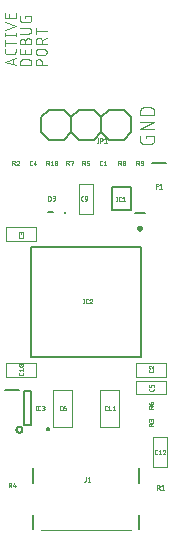
<source format=gto>
G04 EAGLE Gerber RS-274X export*
G75*
%MOMM*%
%FSLAX34Y34*%
%LPD*%
%INTop Silkscreen*%
%IPPOS*%
%AMOC8*
5,1,8,0,0,1.08239X$1,22.5*%
G01*
%ADD10C,0.152400*%
%ADD11C,0.101600*%
%ADD12C,0.076200*%
%ADD13C,0.200000*%
%ADD14C,0.025400*%
%ADD15C,0.250000*%
%ADD16C,0.100000*%


D10*
X16010Y99424D02*
X16012Y99524D01*
X16018Y99625D01*
X16028Y99724D01*
X16042Y99824D01*
X16059Y99923D01*
X16081Y100021D01*
X16107Y100118D01*
X16136Y100214D01*
X16169Y100308D01*
X16206Y100402D01*
X16246Y100494D01*
X16290Y100584D01*
X16338Y100672D01*
X16389Y100759D01*
X16443Y100843D01*
X16501Y100925D01*
X16562Y101005D01*
X16626Y101082D01*
X16693Y101157D01*
X16763Y101229D01*
X16836Y101298D01*
X16911Y101364D01*
X16989Y101428D01*
X17069Y101488D01*
X17152Y101545D01*
X17237Y101598D01*
X17324Y101648D01*
X17413Y101695D01*
X17503Y101738D01*
X17595Y101778D01*
X17689Y101814D01*
X17784Y101846D01*
X17880Y101874D01*
X17978Y101899D01*
X18076Y101919D01*
X18175Y101936D01*
X18275Y101949D01*
X18374Y101958D01*
X18475Y101963D01*
X18575Y101964D01*
X18675Y101961D01*
X18776Y101954D01*
X18875Y101943D01*
X18975Y101928D01*
X19073Y101910D01*
X19171Y101887D01*
X19268Y101860D01*
X19363Y101830D01*
X19458Y101796D01*
X19551Y101758D01*
X19642Y101717D01*
X19732Y101672D01*
X19820Y101624D01*
X19906Y101572D01*
X19990Y101517D01*
X20071Y101458D01*
X20150Y101396D01*
X20227Y101332D01*
X20301Y101264D01*
X20372Y101193D01*
X20441Y101120D01*
X20506Y101044D01*
X20569Y100965D01*
X20628Y100884D01*
X20684Y100801D01*
X20737Y100716D01*
X20786Y100628D01*
X20832Y100539D01*
X20874Y100448D01*
X20913Y100355D01*
X20948Y100261D01*
X20979Y100166D01*
X21007Y100069D01*
X21030Y99972D01*
X21050Y99873D01*
X21066Y99774D01*
X21078Y99675D01*
X21086Y99574D01*
X21090Y99474D01*
X21090Y99374D01*
X21086Y99274D01*
X21078Y99173D01*
X21066Y99074D01*
X21050Y98975D01*
X21030Y98876D01*
X21007Y98779D01*
X20979Y98682D01*
X20948Y98587D01*
X20913Y98493D01*
X20874Y98400D01*
X20832Y98309D01*
X20786Y98220D01*
X20737Y98132D01*
X20684Y98047D01*
X20628Y97964D01*
X20569Y97883D01*
X20506Y97804D01*
X20441Y97728D01*
X20372Y97655D01*
X20301Y97584D01*
X20227Y97516D01*
X20150Y97452D01*
X20071Y97390D01*
X19990Y97331D01*
X19906Y97276D01*
X19820Y97224D01*
X19732Y97176D01*
X19642Y97131D01*
X19551Y97090D01*
X19458Y97052D01*
X19363Y97018D01*
X19268Y96988D01*
X19171Y96961D01*
X19073Y96938D01*
X18975Y96920D01*
X18875Y96905D01*
X18776Y96894D01*
X18675Y96887D01*
X18575Y96884D01*
X18475Y96885D01*
X18374Y96890D01*
X18275Y96899D01*
X18175Y96912D01*
X18076Y96929D01*
X17978Y96949D01*
X17880Y96974D01*
X17784Y97002D01*
X17689Y97034D01*
X17595Y97070D01*
X17503Y97110D01*
X17413Y97153D01*
X17324Y97200D01*
X17237Y97250D01*
X17152Y97303D01*
X17069Y97360D01*
X16989Y97420D01*
X16911Y97484D01*
X16836Y97550D01*
X16763Y97619D01*
X16693Y97691D01*
X16626Y97766D01*
X16562Y97843D01*
X16501Y97923D01*
X16443Y98005D01*
X16389Y98089D01*
X16338Y98176D01*
X16290Y98264D01*
X16246Y98354D01*
X16206Y98446D01*
X16169Y98540D01*
X16136Y98634D01*
X16107Y98730D01*
X16081Y98827D01*
X16059Y98925D01*
X16042Y99024D01*
X16028Y99124D01*
X16018Y99223D01*
X16012Y99324D01*
X16010Y99424D01*
D11*
X125957Y345876D02*
X125957Y347823D01*
X132448Y347823D01*
X132448Y343928D01*
X132446Y343829D01*
X132440Y343729D01*
X132431Y343630D01*
X132418Y343532D01*
X132401Y343434D01*
X132380Y343336D01*
X132355Y343240D01*
X132327Y343145D01*
X132295Y343051D01*
X132260Y342958D01*
X132221Y342866D01*
X132178Y342776D01*
X132133Y342688D01*
X132083Y342601D01*
X132031Y342517D01*
X131975Y342434D01*
X131917Y342354D01*
X131855Y342276D01*
X131790Y342201D01*
X131722Y342128D01*
X131652Y342058D01*
X131579Y341990D01*
X131504Y341925D01*
X131426Y341863D01*
X131346Y341805D01*
X131263Y341749D01*
X131179Y341697D01*
X131092Y341647D01*
X131004Y341602D01*
X130914Y341559D01*
X130822Y341520D01*
X130729Y341485D01*
X130635Y341453D01*
X130540Y341425D01*
X130444Y341400D01*
X130346Y341379D01*
X130248Y341362D01*
X130150Y341349D01*
X130051Y341340D01*
X129951Y341334D01*
X129852Y341332D01*
X123360Y341332D01*
X123261Y341334D01*
X123161Y341340D01*
X123062Y341349D01*
X122964Y341362D01*
X122866Y341380D01*
X122768Y341400D01*
X122672Y341425D01*
X122576Y341453D01*
X122482Y341485D01*
X122389Y341520D01*
X122298Y341559D01*
X122208Y341602D01*
X122119Y341647D01*
X122033Y341697D01*
X121948Y341749D01*
X121866Y341805D01*
X121786Y341864D01*
X121708Y341925D01*
X121632Y341990D01*
X121559Y342058D01*
X121489Y342128D01*
X121421Y342201D01*
X121356Y342277D01*
X121295Y342355D01*
X121236Y342435D01*
X121180Y342517D01*
X121128Y342602D01*
X121079Y342688D01*
X121033Y342777D01*
X120990Y342867D01*
X120951Y342958D01*
X120916Y343051D01*
X120884Y343145D01*
X120856Y343241D01*
X120831Y343337D01*
X120811Y343435D01*
X120793Y343533D01*
X120780Y343631D01*
X120771Y343730D01*
X120765Y343829D01*
X120763Y343929D01*
X120764Y343928D02*
X120764Y347823D01*
X120764Y353524D02*
X132448Y353524D01*
X132448Y360015D02*
X120764Y353524D01*
X120764Y360015D02*
X132448Y360015D01*
X132448Y365716D02*
X120764Y365716D01*
X120764Y368961D01*
X120766Y369074D01*
X120772Y369187D01*
X120782Y369300D01*
X120796Y369413D01*
X120813Y369525D01*
X120835Y369636D01*
X120860Y369746D01*
X120890Y369856D01*
X120923Y369964D01*
X120960Y370071D01*
X121000Y370177D01*
X121045Y370281D01*
X121093Y370384D01*
X121144Y370485D01*
X121199Y370584D01*
X121257Y370681D01*
X121319Y370776D01*
X121384Y370869D01*
X121452Y370959D01*
X121523Y371047D01*
X121598Y371133D01*
X121675Y371216D01*
X121755Y371296D01*
X121838Y371373D01*
X121924Y371448D01*
X122012Y371519D01*
X122102Y371587D01*
X122195Y371652D01*
X122290Y371714D01*
X122387Y371772D01*
X122486Y371827D01*
X122587Y371878D01*
X122690Y371926D01*
X122794Y371971D01*
X122900Y372011D01*
X123007Y372048D01*
X123115Y372081D01*
X123225Y372111D01*
X123335Y372136D01*
X123446Y372158D01*
X123558Y372175D01*
X123671Y372189D01*
X123784Y372199D01*
X123897Y372205D01*
X124010Y372207D01*
X129202Y372207D01*
X129202Y372208D02*
X129315Y372206D01*
X129428Y372200D01*
X129541Y372190D01*
X129654Y372176D01*
X129766Y372159D01*
X129877Y372137D01*
X129987Y372112D01*
X130097Y372082D01*
X130205Y372049D01*
X130312Y372012D01*
X130418Y371972D01*
X130522Y371927D01*
X130625Y371879D01*
X130726Y371828D01*
X130825Y371773D01*
X130922Y371715D01*
X131017Y371653D01*
X131110Y371588D01*
X131200Y371520D01*
X131288Y371449D01*
X131374Y371374D01*
X131457Y371297D01*
X131537Y371217D01*
X131614Y371134D01*
X131689Y371048D01*
X131760Y370960D01*
X131828Y370870D01*
X131893Y370777D01*
X131955Y370682D01*
X132013Y370585D01*
X132068Y370486D01*
X132119Y370385D01*
X132167Y370282D01*
X132212Y370178D01*
X132252Y370072D01*
X132289Y369965D01*
X132322Y369857D01*
X132352Y369747D01*
X132377Y369637D01*
X132399Y369526D01*
X132416Y369414D01*
X132430Y369301D01*
X132440Y369188D01*
X132446Y369075D01*
X132448Y368962D01*
X132448Y368961D02*
X132448Y365716D01*
D12*
X15287Y407717D02*
X5889Y410850D01*
X15287Y413982D01*
X12938Y413199D02*
X12938Y408500D01*
X15287Y419446D02*
X15287Y421534D01*
X15287Y419446D02*
X15285Y419357D01*
X15279Y419269D01*
X15270Y419181D01*
X15257Y419093D01*
X15240Y419006D01*
X15220Y418920D01*
X15195Y418835D01*
X15168Y418750D01*
X15136Y418667D01*
X15102Y418586D01*
X15063Y418506D01*
X15022Y418428D01*
X14977Y418351D01*
X14929Y418277D01*
X14878Y418204D01*
X14824Y418134D01*
X14766Y418067D01*
X14706Y418001D01*
X14644Y417939D01*
X14578Y417879D01*
X14511Y417821D01*
X14441Y417767D01*
X14368Y417716D01*
X14294Y417668D01*
X14217Y417623D01*
X14139Y417582D01*
X14059Y417543D01*
X13978Y417509D01*
X13895Y417477D01*
X13810Y417450D01*
X13725Y417425D01*
X13639Y417405D01*
X13552Y417388D01*
X13464Y417375D01*
X13376Y417366D01*
X13288Y417360D01*
X13199Y417358D01*
X13199Y417357D02*
X7977Y417357D01*
X7886Y417359D01*
X7795Y417365D01*
X7704Y417375D01*
X7614Y417389D01*
X7525Y417407D01*
X7436Y417428D01*
X7349Y417454D01*
X7263Y417483D01*
X7178Y417516D01*
X7094Y417553D01*
X7012Y417593D01*
X6933Y417637D01*
X6855Y417684D01*
X6779Y417735D01*
X6705Y417789D01*
X6634Y417846D01*
X6566Y417906D01*
X6500Y417969D01*
X6437Y418035D01*
X6377Y418103D01*
X6320Y418174D01*
X6266Y418248D01*
X6215Y418324D01*
X6168Y418401D01*
X6124Y418481D01*
X6084Y418563D01*
X6047Y418647D01*
X6014Y418731D01*
X5985Y418818D01*
X5959Y418905D01*
X5938Y418994D01*
X5920Y419083D01*
X5906Y419173D01*
X5896Y419264D01*
X5890Y419355D01*
X5888Y419446D01*
X5889Y419446D02*
X5889Y421534D01*
X5889Y427004D02*
X15287Y427004D01*
X5889Y424393D02*
X5889Y429615D01*
X5889Y433710D02*
X15287Y433710D01*
X15287Y434754D02*
X15287Y432665D01*
X5889Y432665D02*
X5889Y434754D01*
X5889Y437892D02*
X15287Y441025D01*
X5889Y444157D01*
X15287Y447880D02*
X15287Y452057D01*
X15287Y447880D02*
X5889Y447880D01*
X5889Y452057D01*
X10066Y451013D02*
X10066Y447880D01*
X19057Y407717D02*
X28455Y407717D01*
X19057Y407717D02*
X19057Y410328D01*
X19059Y410428D01*
X19065Y410528D01*
X19074Y410627D01*
X19088Y410727D01*
X19105Y410825D01*
X19126Y410923D01*
X19150Y411020D01*
X19179Y411116D01*
X19211Y411211D01*
X19246Y411304D01*
X19285Y411396D01*
X19328Y411487D01*
X19374Y411575D01*
X19424Y411662D01*
X19476Y411747D01*
X19532Y411830D01*
X19591Y411911D01*
X19654Y411989D01*
X19719Y412065D01*
X19787Y412139D01*
X19857Y412209D01*
X19931Y412277D01*
X20007Y412342D01*
X20085Y412405D01*
X20166Y412464D01*
X20249Y412520D01*
X20334Y412572D01*
X20421Y412622D01*
X20509Y412668D01*
X20600Y412711D01*
X20692Y412750D01*
X20785Y412785D01*
X20880Y412817D01*
X20976Y412846D01*
X21073Y412870D01*
X21171Y412891D01*
X21269Y412908D01*
X21369Y412922D01*
X21468Y412931D01*
X21568Y412937D01*
X21668Y412939D01*
X21668Y412938D02*
X25844Y412938D01*
X25844Y412939D02*
X25944Y412937D01*
X26044Y412931D01*
X26143Y412922D01*
X26243Y412908D01*
X26341Y412891D01*
X26439Y412870D01*
X26536Y412846D01*
X26632Y412817D01*
X26727Y412785D01*
X26820Y412750D01*
X26912Y412711D01*
X27003Y412668D01*
X27091Y412622D01*
X27178Y412572D01*
X27263Y412520D01*
X27346Y412464D01*
X27427Y412405D01*
X27505Y412342D01*
X27581Y412277D01*
X27655Y412209D01*
X27725Y412139D01*
X27793Y412065D01*
X27858Y411989D01*
X27921Y411911D01*
X27980Y411830D01*
X28036Y411747D01*
X28088Y411662D01*
X28138Y411575D01*
X28184Y411487D01*
X28227Y411396D01*
X28266Y411304D01*
X28301Y411211D01*
X28333Y411116D01*
X28362Y411020D01*
X28386Y410923D01*
X28407Y410825D01*
X28424Y410727D01*
X28438Y410627D01*
X28447Y410528D01*
X28453Y410428D01*
X28455Y410328D01*
X28455Y407717D01*
X28455Y417488D02*
X28455Y421665D01*
X28455Y417488D02*
X19057Y417488D01*
X19057Y421665D01*
X23234Y420621D02*
X23234Y417488D01*
X23234Y425527D02*
X23234Y428137D01*
X23233Y428137D02*
X23235Y428238D01*
X23241Y428339D01*
X23251Y428440D01*
X23264Y428540D01*
X23282Y428640D01*
X23303Y428739D01*
X23329Y428837D01*
X23358Y428934D01*
X23390Y429030D01*
X23427Y429124D01*
X23467Y429217D01*
X23511Y429309D01*
X23558Y429398D01*
X23609Y429486D01*
X23663Y429572D01*
X23720Y429655D01*
X23780Y429737D01*
X23844Y429815D01*
X23910Y429892D01*
X23980Y429965D01*
X24052Y430036D01*
X24127Y430104D01*
X24205Y430169D01*
X24285Y430231D01*
X24367Y430290D01*
X24452Y430346D01*
X24539Y430398D01*
X24627Y430447D01*
X24718Y430493D01*
X24810Y430534D01*
X24904Y430573D01*
X24999Y430607D01*
X25095Y430638D01*
X25193Y430665D01*
X25291Y430689D01*
X25391Y430708D01*
X25491Y430724D01*
X25591Y430736D01*
X25692Y430744D01*
X25793Y430748D01*
X25895Y430748D01*
X25996Y430744D01*
X26097Y430736D01*
X26197Y430724D01*
X26297Y430708D01*
X26397Y430689D01*
X26495Y430665D01*
X26593Y430638D01*
X26689Y430607D01*
X26784Y430573D01*
X26878Y430534D01*
X26970Y430493D01*
X27061Y430447D01*
X27150Y430398D01*
X27236Y430346D01*
X27321Y430290D01*
X27403Y430231D01*
X27483Y430169D01*
X27561Y430104D01*
X27636Y430036D01*
X27708Y429965D01*
X27778Y429892D01*
X27844Y429815D01*
X27908Y429737D01*
X27968Y429655D01*
X28025Y429572D01*
X28079Y429486D01*
X28130Y429398D01*
X28177Y429309D01*
X28221Y429217D01*
X28261Y429124D01*
X28298Y429030D01*
X28330Y428934D01*
X28359Y428837D01*
X28385Y428739D01*
X28406Y428640D01*
X28424Y428540D01*
X28437Y428440D01*
X28447Y428339D01*
X28453Y428238D01*
X28455Y428137D01*
X28455Y425527D01*
X19057Y425527D01*
X19057Y428137D01*
X19059Y428227D01*
X19065Y428316D01*
X19074Y428406D01*
X19088Y428495D01*
X19105Y428583D01*
X19126Y428670D01*
X19151Y428757D01*
X19180Y428842D01*
X19212Y428926D01*
X19247Y429008D01*
X19287Y429089D01*
X19329Y429168D01*
X19375Y429245D01*
X19425Y429320D01*
X19477Y429393D01*
X19533Y429464D01*
X19591Y429532D01*
X19653Y429597D01*
X19717Y429660D01*
X19784Y429720D01*
X19853Y429777D01*
X19925Y429831D01*
X19999Y429882D01*
X20075Y429930D01*
X20153Y429974D01*
X20233Y430015D01*
X20315Y430053D01*
X20398Y430087D01*
X20483Y430117D01*
X20569Y430144D01*
X20655Y430167D01*
X20743Y430186D01*
X20832Y430201D01*
X20921Y430213D01*
X21010Y430221D01*
X21100Y430225D01*
X21190Y430225D01*
X21280Y430221D01*
X21369Y430213D01*
X21458Y430201D01*
X21547Y430186D01*
X21635Y430167D01*
X21721Y430144D01*
X21807Y430117D01*
X21892Y430087D01*
X21975Y430053D01*
X22057Y430015D01*
X22137Y429974D01*
X22215Y429930D01*
X22291Y429882D01*
X22365Y429831D01*
X22437Y429777D01*
X22506Y429720D01*
X22573Y429660D01*
X22637Y429597D01*
X22699Y429532D01*
X22757Y429464D01*
X22813Y429393D01*
X22865Y429320D01*
X22915Y429245D01*
X22961Y429168D01*
X23003Y429089D01*
X23043Y429008D01*
X23078Y428926D01*
X23110Y428842D01*
X23139Y428757D01*
X23164Y428670D01*
X23185Y428583D01*
X23202Y428495D01*
X23216Y428406D01*
X23225Y428316D01*
X23231Y428227D01*
X23233Y428137D01*
X25844Y434539D02*
X19057Y434539D01*
X25844Y434539D02*
X25945Y434541D01*
X26046Y434547D01*
X26147Y434557D01*
X26247Y434570D01*
X26347Y434588D01*
X26446Y434609D01*
X26544Y434635D01*
X26641Y434664D01*
X26737Y434696D01*
X26831Y434733D01*
X26924Y434773D01*
X27016Y434817D01*
X27105Y434864D01*
X27193Y434915D01*
X27279Y434969D01*
X27362Y435026D01*
X27444Y435086D01*
X27522Y435150D01*
X27599Y435216D01*
X27672Y435286D01*
X27743Y435358D01*
X27811Y435433D01*
X27876Y435511D01*
X27938Y435591D01*
X27997Y435673D01*
X28053Y435758D01*
X28105Y435845D01*
X28154Y435933D01*
X28200Y436024D01*
X28241Y436116D01*
X28280Y436210D01*
X28314Y436305D01*
X28345Y436401D01*
X28372Y436499D01*
X28396Y436597D01*
X28415Y436697D01*
X28431Y436797D01*
X28443Y436897D01*
X28451Y436998D01*
X28455Y437099D01*
X28455Y437201D01*
X28451Y437302D01*
X28443Y437403D01*
X28431Y437503D01*
X28415Y437603D01*
X28396Y437703D01*
X28372Y437801D01*
X28345Y437899D01*
X28314Y437995D01*
X28280Y438090D01*
X28241Y438184D01*
X28200Y438276D01*
X28154Y438367D01*
X28105Y438455D01*
X28053Y438542D01*
X27997Y438627D01*
X27938Y438709D01*
X27876Y438789D01*
X27811Y438867D01*
X27743Y438942D01*
X27672Y439014D01*
X27599Y439084D01*
X27522Y439150D01*
X27444Y439214D01*
X27362Y439274D01*
X27279Y439331D01*
X27193Y439385D01*
X27105Y439436D01*
X27016Y439483D01*
X26924Y439527D01*
X26831Y439567D01*
X26737Y439604D01*
X26641Y439636D01*
X26544Y439665D01*
X26446Y439691D01*
X26347Y439712D01*
X26247Y439730D01*
X26147Y439743D01*
X26046Y439753D01*
X25945Y439759D01*
X25844Y439761D01*
X25844Y439760D02*
X19057Y439760D01*
X23234Y447948D02*
X23234Y449514D01*
X28455Y449514D01*
X28455Y446381D01*
X28453Y446292D01*
X28447Y446204D01*
X28438Y446116D01*
X28425Y446028D01*
X28408Y445941D01*
X28388Y445855D01*
X28363Y445770D01*
X28336Y445685D01*
X28304Y445602D01*
X28270Y445521D01*
X28231Y445441D01*
X28190Y445363D01*
X28145Y445286D01*
X28097Y445212D01*
X28046Y445139D01*
X27992Y445069D01*
X27934Y445002D01*
X27874Y444936D01*
X27812Y444874D01*
X27746Y444814D01*
X27679Y444756D01*
X27609Y444702D01*
X27536Y444651D01*
X27462Y444603D01*
X27385Y444558D01*
X27307Y444517D01*
X27227Y444478D01*
X27146Y444444D01*
X27063Y444412D01*
X26978Y444385D01*
X26893Y444360D01*
X26807Y444340D01*
X26720Y444323D01*
X26632Y444310D01*
X26544Y444301D01*
X26456Y444295D01*
X26367Y444293D01*
X21145Y444293D01*
X21145Y444292D02*
X21054Y444294D01*
X20963Y444300D01*
X20872Y444310D01*
X20782Y444324D01*
X20693Y444342D01*
X20604Y444363D01*
X20517Y444389D01*
X20431Y444418D01*
X20346Y444451D01*
X20262Y444488D01*
X20180Y444528D01*
X20101Y444572D01*
X20023Y444619D01*
X19947Y444670D01*
X19873Y444724D01*
X19802Y444781D01*
X19734Y444841D01*
X19668Y444904D01*
X19605Y444970D01*
X19545Y445038D01*
X19488Y445109D01*
X19434Y445183D01*
X19383Y445259D01*
X19336Y445336D01*
X19292Y445416D01*
X19252Y445498D01*
X19215Y445582D01*
X19182Y445666D01*
X19153Y445753D01*
X19127Y445840D01*
X19106Y445929D01*
X19088Y446018D01*
X19074Y446108D01*
X19064Y446199D01*
X19058Y446290D01*
X19056Y446381D01*
X19057Y446381D02*
X19057Y449514D01*
X32225Y407717D02*
X41623Y407717D01*
X32225Y407717D02*
X32225Y410328D01*
X32227Y410429D01*
X32233Y410530D01*
X32243Y410631D01*
X32256Y410731D01*
X32274Y410831D01*
X32295Y410930D01*
X32321Y411028D01*
X32350Y411125D01*
X32382Y411221D01*
X32419Y411315D01*
X32459Y411408D01*
X32503Y411500D01*
X32550Y411589D01*
X32601Y411677D01*
X32655Y411763D01*
X32712Y411846D01*
X32772Y411928D01*
X32836Y412006D01*
X32902Y412083D01*
X32972Y412156D01*
X33044Y412227D01*
X33119Y412295D01*
X33197Y412360D01*
X33277Y412422D01*
X33359Y412481D01*
X33444Y412537D01*
X33531Y412589D01*
X33619Y412638D01*
X33710Y412684D01*
X33802Y412725D01*
X33896Y412764D01*
X33991Y412798D01*
X34087Y412829D01*
X34185Y412856D01*
X34283Y412880D01*
X34383Y412899D01*
X34483Y412915D01*
X34583Y412927D01*
X34684Y412935D01*
X34785Y412939D01*
X34887Y412939D01*
X34988Y412935D01*
X35089Y412927D01*
X35189Y412915D01*
X35289Y412899D01*
X35389Y412880D01*
X35487Y412856D01*
X35585Y412829D01*
X35681Y412798D01*
X35776Y412764D01*
X35870Y412725D01*
X35962Y412684D01*
X36053Y412638D01*
X36142Y412589D01*
X36228Y412537D01*
X36313Y412481D01*
X36395Y412422D01*
X36475Y412360D01*
X36553Y412295D01*
X36628Y412227D01*
X36700Y412156D01*
X36770Y412083D01*
X36836Y412006D01*
X36900Y411928D01*
X36960Y411846D01*
X37017Y411763D01*
X37071Y411677D01*
X37122Y411589D01*
X37169Y411500D01*
X37213Y411408D01*
X37253Y411315D01*
X37290Y411221D01*
X37322Y411125D01*
X37351Y411028D01*
X37377Y410930D01*
X37398Y410831D01*
X37416Y410731D01*
X37429Y410631D01*
X37439Y410530D01*
X37445Y410429D01*
X37447Y410328D01*
X37446Y410328D02*
X37446Y407717D01*
X39012Y416425D02*
X34836Y416425D01*
X34836Y416424D02*
X34735Y416426D01*
X34634Y416432D01*
X34533Y416442D01*
X34433Y416455D01*
X34333Y416473D01*
X34234Y416494D01*
X34136Y416520D01*
X34039Y416549D01*
X33943Y416581D01*
X33849Y416618D01*
X33756Y416658D01*
X33664Y416702D01*
X33575Y416749D01*
X33487Y416800D01*
X33401Y416854D01*
X33318Y416911D01*
X33236Y416971D01*
X33158Y417035D01*
X33081Y417101D01*
X33008Y417171D01*
X32937Y417243D01*
X32869Y417318D01*
X32804Y417396D01*
X32742Y417476D01*
X32683Y417558D01*
X32627Y417643D01*
X32575Y417730D01*
X32526Y417818D01*
X32480Y417909D01*
X32439Y418001D01*
X32400Y418095D01*
X32366Y418190D01*
X32335Y418286D01*
X32308Y418384D01*
X32284Y418482D01*
X32265Y418582D01*
X32249Y418682D01*
X32237Y418782D01*
X32229Y418883D01*
X32225Y418984D01*
X32225Y419086D01*
X32229Y419187D01*
X32237Y419288D01*
X32249Y419388D01*
X32265Y419488D01*
X32284Y419588D01*
X32308Y419686D01*
X32335Y419784D01*
X32366Y419880D01*
X32400Y419975D01*
X32439Y420069D01*
X32480Y420161D01*
X32526Y420252D01*
X32575Y420341D01*
X32627Y420427D01*
X32683Y420512D01*
X32742Y420594D01*
X32804Y420674D01*
X32869Y420752D01*
X32937Y420827D01*
X33008Y420899D01*
X33081Y420969D01*
X33158Y421035D01*
X33236Y421099D01*
X33318Y421159D01*
X33401Y421216D01*
X33487Y421270D01*
X33575Y421321D01*
X33664Y421368D01*
X33756Y421412D01*
X33849Y421452D01*
X33943Y421489D01*
X34039Y421521D01*
X34136Y421550D01*
X34234Y421576D01*
X34333Y421597D01*
X34433Y421615D01*
X34533Y421628D01*
X34634Y421638D01*
X34735Y421644D01*
X34836Y421646D01*
X39012Y421646D01*
X39113Y421644D01*
X39214Y421638D01*
X39315Y421628D01*
X39415Y421615D01*
X39515Y421597D01*
X39614Y421576D01*
X39712Y421550D01*
X39809Y421521D01*
X39905Y421489D01*
X39999Y421452D01*
X40092Y421412D01*
X40184Y421368D01*
X40273Y421321D01*
X40361Y421270D01*
X40447Y421216D01*
X40530Y421159D01*
X40612Y421099D01*
X40690Y421035D01*
X40767Y420969D01*
X40840Y420899D01*
X40911Y420827D01*
X40979Y420752D01*
X41044Y420674D01*
X41106Y420594D01*
X41165Y420512D01*
X41221Y420427D01*
X41273Y420340D01*
X41322Y420252D01*
X41368Y420161D01*
X41409Y420069D01*
X41448Y419975D01*
X41482Y419880D01*
X41513Y419784D01*
X41540Y419686D01*
X41564Y419588D01*
X41583Y419488D01*
X41599Y419388D01*
X41611Y419288D01*
X41619Y419187D01*
X41623Y419086D01*
X41623Y418984D01*
X41619Y418883D01*
X41611Y418782D01*
X41599Y418682D01*
X41583Y418582D01*
X41564Y418482D01*
X41540Y418384D01*
X41513Y418286D01*
X41482Y418190D01*
X41448Y418095D01*
X41409Y418001D01*
X41368Y417909D01*
X41322Y417818D01*
X41273Y417730D01*
X41221Y417643D01*
X41165Y417558D01*
X41106Y417476D01*
X41044Y417396D01*
X40979Y417318D01*
X40911Y417243D01*
X40840Y417171D01*
X40767Y417101D01*
X40690Y417035D01*
X40612Y416971D01*
X40530Y416911D01*
X40447Y416854D01*
X40361Y416800D01*
X40273Y416749D01*
X40184Y416702D01*
X40092Y416658D01*
X39999Y416618D01*
X39905Y416581D01*
X39809Y416549D01*
X39712Y416520D01*
X39614Y416494D01*
X39515Y416473D01*
X39415Y416455D01*
X39315Y416442D01*
X39214Y416432D01*
X39113Y416426D01*
X39012Y416424D01*
X41623Y425931D02*
X32225Y425931D01*
X32225Y428541D01*
X32227Y428642D01*
X32233Y428743D01*
X32243Y428844D01*
X32256Y428944D01*
X32274Y429044D01*
X32295Y429143D01*
X32321Y429241D01*
X32350Y429338D01*
X32382Y429434D01*
X32419Y429528D01*
X32459Y429621D01*
X32503Y429713D01*
X32550Y429802D01*
X32601Y429890D01*
X32655Y429976D01*
X32712Y430059D01*
X32772Y430141D01*
X32836Y430219D01*
X32902Y430296D01*
X32972Y430369D01*
X33044Y430440D01*
X33119Y430508D01*
X33197Y430573D01*
X33277Y430635D01*
X33359Y430694D01*
X33444Y430750D01*
X33531Y430802D01*
X33619Y430851D01*
X33710Y430897D01*
X33802Y430938D01*
X33896Y430977D01*
X33991Y431011D01*
X34087Y431042D01*
X34185Y431069D01*
X34283Y431093D01*
X34383Y431112D01*
X34483Y431128D01*
X34583Y431140D01*
X34684Y431148D01*
X34785Y431152D01*
X34887Y431152D01*
X34988Y431148D01*
X35089Y431140D01*
X35189Y431128D01*
X35289Y431112D01*
X35389Y431093D01*
X35487Y431069D01*
X35585Y431042D01*
X35681Y431011D01*
X35776Y430977D01*
X35870Y430938D01*
X35962Y430897D01*
X36053Y430851D01*
X36142Y430802D01*
X36228Y430750D01*
X36313Y430694D01*
X36395Y430635D01*
X36475Y430573D01*
X36553Y430508D01*
X36628Y430440D01*
X36700Y430369D01*
X36770Y430296D01*
X36836Y430219D01*
X36900Y430141D01*
X36960Y430059D01*
X37017Y429976D01*
X37071Y429890D01*
X37122Y429802D01*
X37169Y429713D01*
X37213Y429621D01*
X37253Y429528D01*
X37290Y429434D01*
X37322Y429338D01*
X37351Y429241D01*
X37377Y429143D01*
X37398Y429044D01*
X37416Y428944D01*
X37429Y428844D01*
X37439Y428743D01*
X37445Y428642D01*
X37447Y428541D01*
X37446Y428541D02*
X37446Y425931D01*
X37446Y429063D02*
X41623Y431152D01*
X41623Y437019D02*
X32225Y437019D01*
X32225Y439629D02*
X32225Y434408D01*
D13*
X41500Y100000D02*
X41502Y100063D01*
X41508Y100125D01*
X41518Y100187D01*
X41531Y100249D01*
X41549Y100309D01*
X41570Y100368D01*
X41595Y100426D01*
X41624Y100482D01*
X41656Y100536D01*
X41691Y100588D01*
X41729Y100637D01*
X41771Y100685D01*
X41815Y100729D01*
X41863Y100771D01*
X41912Y100809D01*
X41964Y100844D01*
X42018Y100876D01*
X42074Y100905D01*
X42132Y100930D01*
X42191Y100951D01*
X42251Y100969D01*
X42313Y100982D01*
X42375Y100992D01*
X42437Y100998D01*
X42500Y101000D01*
X42563Y100998D01*
X42625Y100992D01*
X42687Y100982D01*
X42749Y100969D01*
X42809Y100951D01*
X42868Y100930D01*
X42926Y100905D01*
X42982Y100876D01*
X43036Y100844D01*
X43088Y100809D01*
X43137Y100771D01*
X43185Y100729D01*
X43229Y100685D01*
X43271Y100637D01*
X43309Y100588D01*
X43344Y100536D01*
X43376Y100482D01*
X43405Y100426D01*
X43430Y100368D01*
X43451Y100309D01*
X43469Y100249D01*
X43482Y100187D01*
X43492Y100125D01*
X43498Y100063D01*
X43500Y100000D01*
X43498Y99937D01*
X43492Y99875D01*
X43482Y99813D01*
X43469Y99751D01*
X43451Y99691D01*
X43430Y99632D01*
X43405Y99574D01*
X43376Y99518D01*
X43344Y99464D01*
X43309Y99412D01*
X43271Y99363D01*
X43229Y99315D01*
X43185Y99271D01*
X43137Y99229D01*
X43088Y99191D01*
X43036Y99156D01*
X42982Y99124D01*
X42926Y99095D01*
X42868Y99070D01*
X42809Y99049D01*
X42749Y99031D01*
X42687Y99018D01*
X42625Y99008D01*
X42563Y99002D01*
X42500Y99000D01*
X42437Y99002D01*
X42375Y99008D01*
X42313Y99018D01*
X42251Y99031D01*
X42191Y99049D01*
X42132Y99070D01*
X42074Y99095D01*
X42018Y99124D01*
X41964Y99156D01*
X41912Y99191D01*
X41863Y99229D01*
X41815Y99271D01*
X41771Y99315D01*
X41729Y99363D01*
X41691Y99412D01*
X41656Y99464D01*
X41624Y99518D01*
X41595Y99574D01*
X41570Y99632D01*
X41549Y99691D01*
X41531Y99751D01*
X41518Y99813D01*
X41508Y99875D01*
X41502Y99937D01*
X41500Y100000D01*
X30300Y26800D02*
X30300Y15100D01*
X119700Y15300D02*
X119700Y26800D01*
X30300Y54000D02*
X30300Y66500D01*
X119700Y66500D02*
X119700Y54000D01*
D11*
X112600Y14000D02*
X36500Y14000D01*
D14*
X74519Y56031D02*
X74519Y58995D01*
X74519Y56031D02*
X74517Y55976D01*
X74512Y55920D01*
X74503Y55866D01*
X74490Y55812D01*
X74474Y55759D01*
X74455Y55707D01*
X74432Y55656D01*
X74406Y55607D01*
X74376Y55560D01*
X74344Y55515D01*
X74309Y55473D01*
X74271Y55432D01*
X74230Y55394D01*
X74188Y55359D01*
X74143Y55327D01*
X74095Y55297D01*
X74047Y55271D01*
X73996Y55248D01*
X73944Y55229D01*
X73891Y55213D01*
X73837Y55200D01*
X73783Y55191D01*
X73727Y55186D01*
X73672Y55184D01*
X73672Y55185D02*
X73249Y55185D01*
X76169Y58148D02*
X77227Y58995D01*
X77227Y55185D01*
X76169Y55185D02*
X78285Y55185D01*
D10*
X55950Y370200D02*
X43250Y370200D01*
X55950Y370200D02*
X62300Y363850D01*
X62300Y351150D01*
X55950Y344800D01*
X62300Y363850D02*
X68650Y370200D01*
X81350Y370200D01*
X87700Y363850D01*
X87700Y351150D01*
X81350Y344800D01*
X68650Y344800D01*
X62300Y351150D01*
X36900Y351150D02*
X36900Y363850D01*
X43250Y370200D01*
X36900Y351150D02*
X43250Y344800D01*
X55950Y344800D01*
X87700Y363850D02*
X94050Y370200D01*
X106750Y370200D01*
X113100Y363850D01*
X113100Y351150D01*
X106750Y344800D01*
X94050Y344800D01*
X87700Y351150D01*
D14*
X85037Y345891D02*
X85037Y342928D01*
X85038Y342928D02*
X85036Y342873D01*
X85031Y342817D01*
X85022Y342763D01*
X85009Y342709D01*
X84993Y342656D01*
X84974Y342604D01*
X84951Y342553D01*
X84925Y342504D01*
X84895Y342457D01*
X84863Y342412D01*
X84828Y342370D01*
X84790Y342329D01*
X84749Y342291D01*
X84707Y342256D01*
X84662Y342224D01*
X84614Y342194D01*
X84566Y342168D01*
X84515Y342145D01*
X84463Y342126D01*
X84410Y342110D01*
X84356Y342097D01*
X84302Y342088D01*
X84246Y342083D01*
X84191Y342081D01*
X84190Y342081D02*
X83767Y342081D01*
X86857Y342081D02*
X86857Y345891D01*
X87915Y345891D01*
X87979Y345889D01*
X88043Y345883D01*
X88106Y345874D01*
X88168Y345860D01*
X88230Y345843D01*
X88290Y345822D01*
X88349Y345798D01*
X88407Y345770D01*
X88462Y345738D01*
X88516Y345704D01*
X88567Y345666D01*
X88617Y345625D01*
X88663Y345581D01*
X88707Y345535D01*
X88748Y345485D01*
X88786Y345434D01*
X88820Y345380D01*
X88852Y345325D01*
X88880Y345267D01*
X88904Y345208D01*
X88925Y345148D01*
X88942Y345086D01*
X88956Y345024D01*
X88965Y344961D01*
X88971Y344897D01*
X88973Y344833D01*
X88971Y344769D01*
X88965Y344705D01*
X88956Y344642D01*
X88942Y344580D01*
X88925Y344518D01*
X88904Y344458D01*
X88880Y344399D01*
X88852Y344341D01*
X88820Y344286D01*
X88786Y344232D01*
X88748Y344181D01*
X88707Y344131D01*
X88663Y344085D01*
X88617Y344041D01*
X88567Y344000D01*
X88516Y343962D01*
X88462Y343928D01*
X88407Y343896D01*
X88349Y343868D01*
X88290Y343844D01*
X88230Y343823D01*
X88168Y343806D01*
X88106Y343792D01*
X88043Y343783D01*
X87979Y343777D01*
X87915Y343775D01*
X87915Y343774D02*
X86857Y343774D01*
X90344Y345044D02*
X91403Y345891D01*
X91403Y342081D01*
X92461Y342081D02*
X90344Y342081D01*
D13*
X121500Y254000D02*
X121500Y161000D01*
X28500Y161000D01*
X28500Y254000D01*
X121500Y254000D01*
D15*
X118750Y270000D02*
X118752Y270070D01*
X118758Y270140D01*
X118768Y270209D01*
X118781Y270278D01*
X118799Y270346D01*
X118820Y270413D01*
X118845Y270478D01*
X118874Y270542D01*
X118906Y270605D01*
X118942Y270665D01*
X118981Y270723D01*
X119023Y270779D01*
X119068Y270833D01*
X119116Y270884D01*
X119167Y270932D01*
X119221Y270977D01*
X119277Y271019D01*
X119335Y271058D01*
X119395Y271094D01*
X119458Y271126D01*
X119522Y271155D01*
X119587Y271180D01*
X119654Y271201D01*
X119722Y271219D01*
X119791Y271232D01*
X119860Y271242D01*
X119930Y271248D01*
X120000Y271250D01*
X120070Y271248D01*
X120140Y271242D01*
X120209Y271232D01*
X120278Y271219D01*
X120346Y271201D01*
X120413Y271180D01*
X120478Y271155D01*
X120542Y271126D01*
X120605Y271094D01*
X120665Y271058D01*
X120723Y271019D01*
X120779Y270977D01*
X120833Y270932D01*
X120884Y270884D01*
X120932Y270833D01*
X120977Y270779D01*
X121019Y270723D01*
X121058Y270665D01*
X121094Y270605D01*
X121126Y270542D01*
X121155Y270478D01*
X121180Y270413D01*
X121201Y270346D01*
X121219Y270278D01*
X121232Y270209D01*
X121242Y270140D01*
X121248Y270070D01*
X121250Y270000D01*
X121248Y269930D01*
X121242Y269860D01*
X121232Y269791D01*
X121219Y269722D01*
X121201Y269654D01*
X121180Y269587D01*
X121155Y269522D01*
X121126Y269458D01*
X121094Y269395D01*
X121058Y269335D01*
X121019Y269277D01*
X120977Y269221D01*
X120932Y269167D01*
X120884Y269116D01*
X120833Y269068D01*
X120779Y269023D01*
X120723Y268981D01*
X120665Y268942D01*
X120605Y268906D01*
X120542Y268874D01*
X120478Y268845D01*
X120413Y268820D01*
X120346Y268799D01*
X120278Y268781D01*
X120209Y268768D01*
X120140Y268758D01*
X120070Y268752D01*
X120000Y268750D01*
X119930Y268752D01*
X119860Y268758D01*
X119791Y268768D01*
X119722Y268781D01*
X119654Y268799D01*
X119587Y268820D01*
X119522Y268845D01*
X119458Y268874D01*
X119395Y268906D01*
X119335Y268942D01*
X119277Y268981D01*
X119221Y269023D01*
X119167Y269068D01*
X119116Y269116D01*
X119068Y269167D01*
X119023Y269221D01*
X118981Y269277D01*
X118942Y269335D01*
X118906Y269395D01*
X118874Y269458D01*
X118845Y269522D01*
X118820Y269587D01*
X118799Y269654D01*
X118781Y269722D01*
X118768Y269791D01*
X118758Y269860D01*
X118752Y269930D01*
X118750Y270000D01*
D14*
X72895Y210185D02*
X72895Y206375D01*
X72472Y206375D02*
X73319Y206375D01*
X73319Y210185D02*
X72472Y210185D01*
X75600Y206375D02*
X76447Y206375D01*
X75600Y206375D02*
X75545Y206377D01*
X75489Y206382D01*
X75435Y206391D01*
X75381Y206404D01*
X75328Y206420D01*
X75276Y206439D01*
X75225Y206462D01*
X75177Y206488D01*
X75129Y206518D01*
X75084Y206550D01*
X75042Y206585D01*
X75001Y206623D01*
X74963Y206664D01*
X74928Y206706D01*
X74896Y206751D01*
X74866Y206799D01*
X74840Y206847D01*
X74817Y206898D01*
X74798Y206950D01*
X74782Y207003D01*
X74769Y207057D01*
X74760Y207111D01*
X74755Y207167D01*
X74753Y207222D01*
X74754Y207222D02*
X74754Y209338D01*
X74753Y209338D02*
X74755Y209396D01*
X74761Y209453D01*
X74771Y209510D01*
X74784Y209567D01*
X74802Y209622D01*
X74823Y209675D01*
X74848Y209728D01*
X74876Y209778D01*
X74908Y209826D01*
X74943Y209873D01*
X74981Y209916D01*
X75022Y209957D01*
X75065Y209995D01*
X75112Y210030D01*
X75160Y210062D01*
X75210Y210090D01*
X75263Y210115D01*
X75316Y210136D01*
X75371Y210154D01*
X75428Y210167D01*
X75485Y210177D01*
X75542Y210183D01*
X75600Y210185D01*
X76447Y210185D01*
X78975Y210186D02*
X79035Y210184D01*
X79094Y210178D01*
X79154Y210169D01*
X79212Y210156D01*
X79269Y210139D01*
X79326Y210119D01*
X79381Y210095D01*
X79434Y210068D01*
X79486Y210038D01*
X79535Y210004D01*
X79582Y209967D01*
X79627Y209928D01*
X79670Y209885D01*
X79709Y209840D01*
X79746Y209793D01*
X79780Y209744D01*
X79810Y209692D01*
X79837Y209639D01*
X79861Y209584D01*
X79881Y209527D01*
X79898Y209470D01*
X79911Y209412D01*
X79920Y209352D01*
X79926Y209293D01*
X79928Y209233D01*
X78975Y210185D02*
X78908Y210183D01*
X78841Y210178D01*
X78775Y210169D01*
X78709Y210156D01*
X78645Y210140D01*
X78581Y210120D01*
X78518Y210096D01*
X78456Y210070D01*
X78397Y210040D01*
X78339Y210007D01*
X78282Y209970D01*
X78228Y209931D01*
X78176Y209889D01*
X78127Y209844D01*
X78080Y209796D01*
X78036Y209746D01*
X77994Y209693D01*
X77956Y209638D01*
X77920Y209582D01*
X77888Y209523D01*
X77859Y209463D01*
X77833Y209401D01*
X77811Y209338D01*
X79611Y208492D02*
X79652Y208534D01*
X79691Y208579D01*
X79728Y208625D01*
X79762Y208674D01*
X79793Y208724D01*
X79820Y208776D01*
X79845Y208830D01*
X79867Y208885D01*
X79886Y208941D01*
X79901Y208998D01*
X79913Y209056D01*
X79921Y209115D01*
X79926Y209174D01*
X79928Y209233D01*
X79610Y208492D02*
X77811Y206375D01*
X79928Y206375D01*
D13*
X130794Y325000D02*
X142294Y325000D01*
D14*
X133853Y307213D02*
X133853Y303403D01*
X133853Y307213D02*
X135547Y307213D01*
X135547Y305520D02*
X133853Y305520D01*
X136895Y306366D02*
X137953Y307213D01*
X137953Y303403D01*
X136895Y303403D02*
X139012Y303403D01*
X47126Y133248D02*
X47126Y101752D01*
X63128Y101752D02*
X63128Y133248D01*
X47126Y133248D01*
X47126Y101752D02*
X63128Y101752D01*
X54211Y115644D02*
X53364Y115644D01*
X53309Y115646D01*
X53253Y115651D01*
X53199Y115660D01*
X53145Y115673D01*
X53092Y115689D01*
X53040Y115708D01*
X52989Y115731D01*
X52941Y115757D01*
X52893Y115787D01*
X52848Y115819D01*
X52806Y115854D01*
X52765Y115892D01*
X52727Y115933D01*
X52692Y115975D01*
X52660Y116020D01*
X52630Y116068D01*
X52604Y116116D01*
X52581Y116167D01*
X52562Y116219D01*
X52546Y116272D01*
X52533Y116326D01*
X52524Y116380D01*
X52519Y116436D01*
X52517Y116491D01*
X52517Y118608D01*
X52519Y118666D01*
X52525Y118723D01*
X52535Y118780D01*
X52548Y118837D01*
X52566Y118892D01*
X52587Y118945D01*
X52612Y118998D01*
X52640Y119048D01*
X52672Y119096D01*
X52707Y119143D01*
X52745Y119186D01*
X52786Y119227D01*
X52829Y119265D01*
X52876Y119300D01*
X52924Y119332D01*
X52974Y119360D01*
X53027Y119385D01*
X53080Y119406D01*
X53135Y119424D01*
X53192Y119437D01*
X53249Y119447D01*
X53306Y119453D01*
X53364Y119455D01*
X53364Y119454D02*
X54211Y119454D01*
X55575Y117761D02*
X56845Y117761D01*
X56900Y117759D01*
X56956Y117754D01*
X57010Y117745D01*
X57064Y117732D01*
X57117Y117716D01*
X57169Y117697D01*
X57220Y117674D01*
X57269Y117648D01*
X57316Y117618D01*
X57361Y117586D01*
X57403Y117551D01*
X57444Y117513D01*
X57482Y117472D01*
X57517Y117430D01*
X57549Y117385D01*
X57579Y117338D01*
X57605Y117289D01*
X57628Y117238D01*
X57647Y117186D01*
X57663Y117133D01*
X57676Y117079D01*
X57685Y117025D01*
X57690Y116969D01*
X57692Y116914D01*
X57691Y116914D02*
X57691Y116703D01*
X57689Y116639D01*
X57683Y116575D01*
X57674Y116512D01*
X57660Y116450D01*
X57643Y116388D01*
X57622Y116328D01*
X57598Y116269D01*
X57570Y116211D01*
X57538Y116156D01*
X57504Y116102D01*
X57466Y116051D01*
X57425Y116001D01*
X57381Y115955D01*
X57335Y115911D01*
X57285Y115870D01*
X57234Y115832D01*
X57180Y115798D01*
X57125Y115766D01*
X57067Y115738D01*
X57008Y115714D01*
X56948Y115693D01*
X56886Y115676D01*
X56824Y115662D01*
X56761Y115653D01*
X56697Y115647D01*
X56633Y115645D01*
X56569Y115647D01*
X56505Y115653D01*
X56442Y115662D01*
X56380Y115676D01*
X56318Y115693D01*
X56258Y115714D01*
X56199Y115738D01*
X56141Y115766D01*
X56086Y115798D01*
X56032Y115832D01*
X55981Y115870D01*
X55931Y115911D01*
X55885Y115955D01*
X55841Y116001D01*
X55800Y116051D01*
X55762Y116102D01*
X55728Y116156D01*
X55696Y116211D01*
X55668Y116269D01*
X55644Y116328D01*
X55623Y116388D01*
X55606Y116450D01*
X55592Y116512D01*
X55583Y116575D01*
X55577Y116639D01*
X55575Y116703D01*
X55575Y117761D01*
X55577Y117842D01*
X55583Y117922D01*
X55592Y118002D01*
X55606Y118081D01*
X55623Y118160D01*
X55644Y118238D01*
X55668Y118315D01*
X55696Y118390D01*
X55728Y118464D01*
X55763Y118537D01*
X55802Y118607D01*
X55844Y118676D01*
X55889Y118743D01*
X55937Y118808D01*
X55989Y118870D01*
X56043Y118929D01*
X56100Y118986D01*
X56159Y119040D01*
X56221Y119092D01*
X56286Y119140D01*
X56353Y119185D01*
X56421Y119227D01*
X56492Y119266D01*
X56565Y119301D01*
X56639Y119333D01*
X56714Y119361D01*
X56791Y119385D01*
X56869Y119406D01*
X56948Y119423D01*
X57027Y119437D01*
X57107Y119446D01*
X57187Y119452D01*
X57268Y119454D01*
D13*
X28000Y132000D02*
X22000Y132000D01*
X28000Y132000D02*
X28000Y103000D01*
X22000Y103000D01*
X22000Y132000D01*
X18500Y132500D02*
X6500Y132500D01*
D14*
X32718Y119511D02*
X32718Y115701D01*
X32295Y115701D02*
X33141Y115701D01*
X33141Y119511D02*
X32295Y119511D01*
X35423Y115701D02*
X36270Y115701D01*
X35423Y115701D02*
X35368Y115703D01*
X35312Y115708D01*
X35258Y115717D01*
X35204Y115730D01*
X35151Y115746D01*
X35099Y115765D01*
X35048Y115788D01*
X35000Y115814D01*
X34952Y115844D01*
X34907Y115876D01*
X34865Y115911D01*
X34824Y115949D01*
X34786Y115990D01*
X34751Y116032D01*
X34719Y116077D01*
X34689Y116125D01*
X34663Y116173D01*
X34640Y116224D01*
X34621Y116276D01*
X34605Y116329D01*
X34592Y116383D01*
X34583Y116437D01*
X34578Y116493D01*
X34576Y116548D01*
X34576Y118664D01*
X34578Y118722D01*
X34584Y118779D01*
X34594Y118836D01*
X34607Y118893D01*
X34625Y118948D01*
X34646Y119001D01*
X34671Y119054D01*
X34699Y119104D01*
X34731Y119152D01*
X34766Y119199D01*
X34804Y119242D01*
X34845Y119283D01*
X34888Y119321D01*
X34935Y119356D01*
X34983Y119388D01*
X35033Y119416D01*
X35086Y119441D01*
X35139Y119462D01*
X35194Y119480D01*
X35251Y119493D01*
X35308Y119503D01*
X35365Y119509D01*
X35423Y119511D01*
X36270Y119511D01*
X37634Y115701D02*
X38692Y115701D01*
X38756Y115703D01*
X38820Y115709D01*
X38883Y115718D01*
X38945Y115732D01*
X39007Y115749D01*
X39067Y115770D01*
X39126Y115794D01*
X39184Y115822D01*
X39239Y115854D01*
X39293Y115888D01*
X39344Y115926D01*
X39394Y115967D01*
X39440Y116011D01*
X39484Y116057D01*
X39525Y116107D01*
X39563Y116158D01*
X39597Y116212D01*
X39629Y116267D01*
X39657Y116325D01*
X39681Y116384D01*
X39702Y116444D01*
X39719Y116506D01*
X39733Y116568D01*
X39742Y116631D01*
X39748Y116695D01*
X39750Y116759D01*
X39748Y116823D01*
X39742Y116887D01*
X39733Y116950D01*
X39719Y117012D01*
X39702Y117074D01*
X39681Y117134D01*
X39657Y117193D01*
X39629Y117251D01*
X39597Y117306D01*
X39563Y117360D01*
X39525Y117411D01*
X39484Y117461D01*
X39440Y117507D01*
X39394Y117551D01*
X39344Y117592D01*
X39293Y117630D01*
X39239Y117664D01*
X39184Y117696D01*
X39126Y117724D01*
X39067Y117748D01*
X39007Y117769D01*
X38945Y117786D01*
X38883Y117800D01*
X38820Y117809D01*
X38756Y117815D01*
X38692Y117817D01*
X38904Y119511D02*
X37634Y119511D01*
X38904Y119511D02*
X38961Y119509D01*
X39017Y119503D01*
X39073Y119494D01*
X39128Y119481D01*
X39182Y119464D01*
X39235Y119444D01*
X39286Y119420D01*
X39336Y119393D01*
X39383Y119362D01*
X39429Y119329D01*
X39472Y119292D01*
X39513Y119253D01*
X39551Y119211D01*
X39586Y119166D01*
X39618Y119120D01*
X39647Y119071D01*
X39672Y119021D01*
X39694Y118968D01*
X39713Y118915D01*
X39728Y118860D01*
X39739Y118805D01*
X39747Y118749D01*
X39751Y118692D01*
X39751Y118636D01*
X39747Y118579D01*
X39739Y118523D01*
X39728Y118468D01*
X39713Y118413D01*
X39694Y118360D01*
X39672Y118307D01*
X39647Y118257D01*
X39618Y118208D01*
X39586Y118162D01*
X39551Y118117D01*
X39513Y118075D01*
X39472Y118036D01*
X39429Y117999D01*
X39383Y117966D01*
X39336Y117935D01*
X39286Y117908D01*
X39235Y117884D01*
X39182Y117864D01*
X39128Y117847D01*
X39073Y117834D01*
X39017Y117825D01*
X38961Y117819D01*
X38904Y117817D01*
X38904Y117818D02*
X38057Y117818D01*
D13*
X97000Y285000D02*
X113000Y285000D01*
X97000Y285000D02*
X97000Y305000D01*
X113000Y305000D01*
X113000Y285000D01*
X116500Y282500D02*
X125000Y282500D01*
D14*
X100835Y292735D02*
X100835Y296545D01*
X100412Y292735D02*
X101259Y292735D01*
X101259Y296545D02*
X100412Y296545D01*
X103540Y292735D02*
X104387Y292735D01*
X103540Y292735D02*
X103485Y292737D01*
X103429Y292742D01*
X103375Y292751D01*
X103321Y292764D01*
X103268Y292780D01*
X103216Y292799D01*
X103165Y292822D01*
X103117Y292848D01*
X103069Y292878D01*
X103024Y292910D01*
X102982Y292945D01*
X102941Y292983D01*
X102903Y293024D01*
X102868Y293066D01*
X102836Y293111D01*
X102806Y293159D01*
X102780Y293207D01*
X102757Y293258D01*
X102738Y293310D01*
X102722Y293363D01*
X102709Y293417D01*
X102700Y293471D01*
X102695Y293527D01*
X102693Y293582D01*
X102694Y293582D02*
X102694Y295698D01*
X102693Y295698D02*
X102695Y295756D01*
X102701Y295813D01*
X102711Y295870D01*
X102724Y295927D01*
X102742Y295982D01*
X102763Y296035D01*
X102788Y296088D01*
X102816Y296138D01*
X102848Y296186D01*
X102883Y296233D01*
X102921Y296276D01*
X102962Y296317D01*
X103005Y296355D01*
X103052Y296390D01*
X103100Y296422D01*
X103150Y296450D01*
X103203Y296475D01*
X103256Y296496D01*
X103311Y296514D01*
X103368Y296527D01*
X103425Y296537D01*
X103482Y296543D01*
X103540Y296545D01*
X104387Y296545D01*
X105751Y295698D02*
X106810Y296545D01*
X106810Y292735D01*
X107868Y292735D02*
X105751Y292735D01*
D13*
X47000Y284000D02*
X43000Y284000D01*
D16*
X55830Y283350D02*
X55832Y283394D01*
X55838Y283438D01*
X55848Y283481D01*
X55861Y283523D01*
X55878Y283564D01*
X55899Y283603D01*
X55923Y283640D01*
X55950Y283675D01*
X55980Y283707D01*
X56013Y283737D01*
X56049Y283763D01*
X56086Y283787D01*
X56126Y283806D01*
X56167Y283823D01*
X56210Y283835D01*
X56253Y283844D01*
X56297Y283849D01*
X56341Y283850D01*
X56385Y283847D01*
X56429Y283840D01*
X56472Y283829D01*
X56514Y283815D01*
X56554Y283797D01*
X56593Y283775D01*
X56629Y283751D01*
X56663Y283723D01*
X56695Y283692D01*
X56724Y283658D01*
X56750Y283622D01*
X56772Y283584D01*
X56791Y283544D01*
X56806Y283502D01*
X56818Y283460D01*
X56826Y283416D01*
X56830Y283372D01*
X56830Y283328D01*
X56826Y283284D01*
X56818Y283240D01*
X56806Y283198D01*
X56791Y283156D01*
X56772Y283116D01*
X56750Y283078D01*
X56724Y283042D01*
X56695Y283008D01*
X56663Y282977D01*
X56629Y282949D01*
X56593Y282925D01*
X56554Y282903D01*
X56514Y282885D01*
X56472Y282871D01*
X56429Y282860D01*
X56385Y282853D01*
X56341Y282850D01*
X56297Y282851D01*
X56253Y282856D01*
X56210Y282865D01*
X56167Y282877D01*
X56126Y282894D01*
X56086Y282913D01*
X56049Y282937D01*
X56013Y282963D01*
X55980Y282993D01*
X55950Y283025D01*
X55923Y283060D01*
X55899Y283097D01*
X55878Y283136D01*
X55861Y283177D01*
X55848Y283219D01*
X55838Y283262D01*
X55832Y283306D01*
X55830Y283350D01*
D14*
X42772Y293243D02*
X42772Y297053D01*
X43830Y297053D01*
X43894Y297051D01*
X43958Y297045D01*
X44021Y297036D01*
X44083Y297022D01*
X44145Y297005D01*
X44205Y296984D01*
X44264Y296960D01*
X44322Y296932D01*
X44377Y296900D01*
X44431Y296866D01*
X44482Y296828D01*
X44532Y296787D01*
X44578Y296743D01*
X44622Y296697D01*
X44663Y296647D01*
X44701Y296596D01*
X44735Y296542D01*
X44767Y296487D01*
X44795Y296429D01*
X44819Y296370D01*
X44840Y296310D01*
X44857Y296248D01*
X44871Y296186D01*
X44880Y296123D01*
X44886Y296059D01*
X44888Y295995D01*
X44889Y295995D02*
X44889Y294301D01*
X44888Y294301D02*
X44886Y294237D01*
X44880Y294173D01*
X44871Y294110D01*
X44857Y294048D01*
X44840Y293986D01*
X44819Y293926D01*
X44795Y293867D01*
X44767Y293809D01*
X44735Y293754D01*
X44701Y293700D01*
X44663Y293649D01*
X44622Y293599D01*
X44578Y293553D01*
X44532Y293509D01*
X44482Y293468D01*
X44431Y293430D01*
X44377Y293396D01*
X44322Y293364D01*
X44264Y293336D01*
X44205Y293312D01*
X44145Y293291D01*
X44083Y293274D01*
X44021Y293260D01*
X43958Y293251D01*
X43894Y293245D01*
X43830Y293243D01*
X42772Y293243D01*
X46551Y293243D02*
X47610Y293243D01*
X47674Y293245D01*
X47738Y293251D01*
X47801Y293260D01*
X47863Y293274D01*
X47925Y293291D01*
X47985Y293312D01*
X48044Y293336D01*
X48102Y293364D01*
X48157Y293396D01*
X48211Y293430D01*
X48262Y293468D01*
X48312Y293509D01*
X48358Y293553D01*
X48402Y293599D01*
X48443Y293649D01*
X48481Y293700D01*
X48515Y293754D01*
X48547Y293809D01*
X48575Y293867D01*
X48599Y293926D01*
X48620Y293986D01*
X48637Y294048D01*
X48651Y294110D01*
X48660Y294173D01*
X48666Y294237D01*
X48668Y294301D01*
X48666Y294365D01*
X48660Y294429D01*
X48651Y294492D01*
X48637Y294554D01*
X48620Y294616D01*
X48599Y294676D01*
X48575Y294735D01*
X48547Y294793D01*
X48515Y294848D01*
X48481Y294902D01*
X48443Y294953D01*
X48402Y295003D01*
X48358Y295049D01*
X48312Y295093D01*
X48262Y295134D01*
X48211Y295172D01*
X48157Y295206D01*
X48102Y295238D01*
X48044Y295266D01*
X47985Y295290D01*
X47925Y295311D01*
X47863Y295328D01*
X47801Y295342D01*
X47738Y295351D01*
X47674Y295357D01*
X47610Y295359D01*
X47821Y297053D02*
X46551Y297053D01*
X47821Y297053D02*
X47878Y297051D01*
X47934Y297045D01*
X47990Y297036D01*
X48045Y297023D01*
X48099Y297006D01*
X48152Y296986D01*
X48203Y296962D01*
X48253Y296935D01*
X48300Y296904D01*
X48346Y296871D01*
X48389Y296834D01*
X48430Y296795D01*
X48468Y296753D01*
X48503Y296708D01*
X48535Y296662D01*
X48564Y296613D01*
X48589Y296563D01*
X48611Y296510D01*
X48630Y296457D01*
X48645Y296402D01*
X48656Y296347D01*
X48664Y296291D01*
X48668Y296234D01*
X48668Y296178D01*
X48664Y296121D01*
X48656Y296065D01*
X48645Y296010D01*
X48630Y295955D01*
X48611Y295902D01*
X48589Y295849D01*
X48564Y295799D01*
X48535Y295750D01*
X48503Y295704D01*
X48468Y295659D01*
X48430Y295617D01*
X48389Y295578D01*
X48346Y295541D01*
X48300Y295508D01*
X48253Y295477D01*
X48203Y295450D01*
X48152Y295426D01*
X48099Y295406D01*
X48045Y295389D01*
X47990Y295376D01*
X47934Y295367D01*
X47878Y295361D01*
X47821Y295359D01*
X47821Y295360D02*
X46975Y295360D01*
X71755Y323215D02*
X71755Y327025D01*
X72813Y327025D01*
X72877Y327023D01*
X72941Y327017D01*
X73004Y327008D01*
X73066Y326994D01*
X73128Y326977D01*
X73188Y326956D01*
X73247Y326932D01*
X73305Y326904D01*
X73360Y326872D01*
X73414Y326838D01*
X73465Y326800D01*
X73515Y326759D01*
X73561Y326715D01*
X73605Y326669D01*
X73646Y326619D01*
X73684Y326568D01*
X73718Y326514D01*
X73750Y326459D01*
X73778Y326401D01*
X73802Y326342D01*
X73823Y326282D01*
X73840Y326220D01*
X73854Y326158D01*
X73863Y326095D01*
X73869Y326031D01*
X73871Y325967D01*
X73869Y325903D01*
X73863Y325839D01*
X73854Y325776D01*
X73840Y325714D01*
X73823Y325652D01*
X73802Y325592D01*
X73778Y325533D01*
X73750Y325475D01*
X73718Y325420D01*
X73684Y325366D01*
X73646Y325315D01*
X73605Y325265D01*
X73561Y325219D01*
X73515Y325175D01*
X73465Y325134D01*
X73414Y325096D01*
X73360Y325062D01*
X73305Y325030D01*
X73247Y325002D01*
X73188Y324978D01*
X73128Y324957D01*
X73066Y324940D01*
X73004Y324926D01*
X72941Y324917D01*
X72877Y324911D01*
X72813Y324909D01*
X72813Y324908D02*
X71755Y324908D01*
X73025Y324908D02*
X73872Y323215D01*
X75392Y323215D02*
X76662Y323215D01*
X76717Y323217D01*
X76773Y323222D01*
X76827Y323231D01*
X76881Y323244D01*
X76934Y323260D01*
X76986Y323279D01*
X77037Y323302D01*
X77086Y323328D01*
X77133Y323358D01*
X77178Y323390D01*
X77220Y323425D01*
X77261Y323463D01*
X77299Y323504D01*
X77334Y323546D01*
X77366Y323591D01*
X77396Y323639D01*
X77422Y323687D01*
X77445Y323738D01*
X77464Y323790D01*
X77480Y323843D01*
X77493Y323897D01*
X77502Y323951D01*
X77507Y324007D01*
X77509Y324062D01*
X77508Y324062D02*
X77508Y324485D01*
X77509Y324485D02*
X77507Y324540D01*
X77502Y324596D01*
X77493Y324650D01*
X77480Y324704D01*
X77464Y324757D01*
X77445Y324809D01*
X77422Y324860D01*
X77396Y324909D01*
X77366Y324956D01*
X77334Y325001D01*
X77299Y325043D01*
X77261Y325084D01*
X77220Y325122D01*
X77178Y325157D01*
X77133Y325189D01*
X77086Y325219D01*
X77037Y325245D01*
X76986Y325268D01*
X76934Y325287D01*
X76881Y325303D01*
X76827Y325316D01*
X76773Y325325D01*
X76717Y325330D01*
X76662Y325332D01*
X75392Y325332D01*
X75392Y327025D01*
X77508Y327025D01*
X58039Y327025D02*
X58039Y323215D01*
X58039Y327025D02*
X59097Y327025D01*
X59161Y327023D01*
X59225Y327017D01*
X59288Y327008D01*
X59350Y326994D01*
X59412Y326977D01*
X59472Y326956D01*
X59531Y326932D01*
X59589Y326904D01*
X59644Y326872D01*
X59698Y326838D01*
X59749Y326800D01*
X59799Y326759D01*
X59845Y326715D01*
X59889Y326669D01*
X59930Y326619D01*
X59968Y326568D01*
X60002Y326514D01*
X60034Y326459D01*
X60062Y326401D01*
X60086Y326342D01*
X60107Y326282D01*
X60124Y326220D01*
X60138Y326158D01*
X60147Y326095D01*
X60153Y326031D01*
X60155Y325967D01*
X60153Y325903D01*
X60147Y325839D01*
X60138Y325776D01*
X60124Y325714D01*
X60107Y325652D01*
X60086Y325592D01*
X60062Y325533D01*
X60034Y325475D01*
X60002Y325420D01*
X59968Y325366D01*
X59930Y325315D01*
X59889Y325265D01*
X59845Y325219D01*
X59799Y325175D01*
X59749Y325134D01*
X59698Y325096D01*
X59644Y325062D01*
X59589Y325030D01*
X59531Y325002D01*
X59472Y324978D01*
X59412Y324957D01*
X59350Y324940D01*
X59288Y324926D01*
X59225Y324917D01*
X59161Y324911D01*
X59097Y324909D01*
X59097Y324908D02*
X58039Y324908D01*
X59309Y324908D02*
X60156Y323215D01*
X61676Y326602D02*
X61676Y327025D01*
X63792Y327025D01*
X62734Y323215D01*
X102235Y323215D02*
X102235Y327025D01*
X103293Y327025D01*
X103357Y327023D01*
X103421Y327017D01*
X103484Y327008D01*
X103546Y326994D01*
X103608Y326977D01*
X103668Y326956D01*
X103727Y326932D01*
X103785Y326904D01*
X103840Y326872D01*
X103894Y326838D01*
X103945Y326800D01*
X103995Y326759D01*
X104041Y326715D01*
X104085Y326669D01*
X104126Y326619D01*
X104164Y326568D01*
X104198Y326514D01*
X104230Y326459D01*
X104258Y326401D01*
X104282Y326342D01*
X104303Y326282D01*
X104320Y326220D01*
X104334Y326158D01*
X104343Y326095D01*
X104349Y326031D01*
X104351Y325967D01*
X104349Y325903D01*
X104343Y325839D01*
X104334Y325776D01*
X104320Y325714D01*
X104303Y325652D01*
X104282Y325592D01*
X104258Y325533D01*
X104230Y325475D01*
X104198Y325420D01*
X104164Y325366D01*
X104126Y325315D01*
X104085Y325265D01*
X104041Y325219D01*
X103995Y325175D01*
X103945Y325134D01*
X103894Y325096D01*
X103840Y325062D01*
X103785Y325030D01*
X103727Y325002D01*
X103668Y324978D01*
X103608Y324957D01*
X103546Y324940D01*
X103484Y324926D01*
X103421Y324917D01*
X103357Y324911D01*
X103293Y324909D01*
X103293Y324908D02*
X102235Y324908D01*
X103505Y324908D02*
X104352Y323215D01*
X105872Y324273D02*
X105874Y324337D01*
X105880Y324401D01*
X105889Y324464D01*
X105903Y324526D01*
X105920Y324588D01*
X105941Y324648D01*
X105965Y324707D01*
X105993Y324765D01*
X106025Y324820D01*
X106059Y324874D01*
X106097Y324925D01*
X106138Y324975D01*
X106182Y325021D01*
X106228Y325065D01*
X106278Y325106D01*
X106329Y325144D01*
X106383Y325178D01*
X106438Y325210D01*
X106496Y325238D01*
X106555Y325262D01*
X106615Y325283D01*
X106677Y325300D01*
X106739Y325314D01*
X106802Y325323D01*
X106866Y325329D01*
X106930Y325331D01*
X106994Y325329D01*
X107058Y325323D01*
X107121Y325314D01*
X107183Y325300D01*
X107245Y325283D01*
X107305Y325262D01*
X107364Y325238D01*
X107422Y325210D01*
X107477Y325178D01*
X107531Y325144D01*
X107582Y325106D01*
X107632Y325065D01*
X107678Y325021D01*
X107722Y324975D01*
X107763Y324925D01*
X107801Y324874D01*
X107835Y324820D01*
X107867Y324765D01*
X107895Y324707D01*
X107919Y324648D01*
X107940Y324588D01*
X107957Y324526D01*
X107971Y324464D01*
X107980Y324401D01*
X107986Y324337D01*
X107988Y324273D01*
X107986Y324209D01*
X107980Y324145D01*
X107971Y324082D01*
X107957Y324020D01*
X107940Y323958D01*
X107919Y323898D01*
X107895Y323839D01*
X107867Y323781D01*
X107835Y323726D01*
X107801Y323672D01*
X107763Y323621D01*
X107722Y323571D01*
X107678Y323525D01*
X107632Y323481D01*
X107582Y323440D01*
X107531Y323402D01*
X107477Y323368D01*
X107422Y323336D01*
X107364Y323308D01*
X107305Y323284D01*
X107245Y323263D01*
X107183Y323246D01*
X107121Y323232D01*
X107058Y323223D01*
X106994Y323217D01*
X106930Y323215D01*
X106866Y323217D01*
X106802Y323223D01*
X106739Y323232D01*
X106677Y323246D01*
X106615Y323263D01*
X106555Y323284D01*
X106496Y323308D01*
X106438Y323336D01*
X106383Y323368D01*
X106329Y323402D01*
X106278Y323440D01*
X106228Y323481D01*
X106182Y323525D01*
X106138Y323571D01*
X106097Y323621D01*
X106059Y323672D01*
X106025Y323726D01*
X105993Y323781D01*
X105965Y323839D01*
X105941Y323898D01*
X105920Y323958D01*
X105903Y324020D01*
X105889Y324082D01*
X105880Y324145D01*
X105874Y324209D01*
X105872Y324273D01*
X106083Y326178D02*
X106085Y326235D01*
X106091Y326291D01*
X106100Y326347D01*
X106113Y326402D01*
X106130Y326456D01*
X106150Y326509D01*
X106174Y326560D01*
X106201Y326610D01*
X106232Y326657D01*
X106265Y326703D01*
X106302Y326746D01*
X106341Y326787D01*
X106383Y326825D01*
X106428Y326860D01*
X106474Y326892D01*
X106523Y326921D01*
X106573Y326946D01*
X106626Y326968D01*
X106679Y326987D01*
X106734Y327002D01*
X106789Y327013D01*
X106845Y327021D01*
X106902Y327025D01*
X106958Y327025D01*
X107015Y327021D01*
X107071Y327013D01*
X107126Y327002D01*
X107181Y326987D01*
X107234Y326968D01*
X107287Y326946D01*
X107337Y326921D01*
X107386Y326892D01*
X107432Y326860D01*
X107477Y326825D01*
X107519Y326787D01*
X107558Y326746D01*
X107595Y326703D01*
X107628Y326657D01*
X107659Y326610D01*
X107686Y326560D01*
X107710Y326509D01*
X107730Y326456D01*
X107747Y326402D01*
X107760Y326347D01*
X107769Y326291D01*
X107775Y326235D01*
X107777Y326178D01*
X107775Y326121D01*
X107769Y326065D01*
X107760Y326009D01*
X107747Y325954D01*
X107730Y325900D01*
X107710Y325847D01*
X107686Y325796D01*
X107659Y325746D01*
X107628Y325699D01*
X107595Y325653D01*
X107558Y325610D01*
X107519Y325569D01*
X107477Y325531D01*
X107432Y325496D01*
X107386Y325464D01*
X107337Y325435D01*
X107287Y325410D01*
X107234Y325388D01*
X107181Y325369D01*
X107126Y325354D01*
X107071Y325343D01*
X107015Y325335D01*
X106958Y325331D01*
X106902Y325331D01*
X106845Y325335D01*
X106789Y325343D01*
X106734Y325354D01*
X106679Y325369D01*
X106626Y325388D01*
X106573Y325410D01*
X106523Y325435D01*
X106474Y325464D01*
X106428Y325496D01*
X106383Y325531D01*
X106341Y325569D01*
X106302Y325610D01*
X106265Y325653D01*
X106232Y325699D01*
X106201Y325746D01*
X106174Y325796D01*
X106150Y325847D01*
X106130Y325900D01*
X106113Y325954D01*
X106100Y326009D01*
X106091Y326065D01*
X106085Y326121D01*
X106083Y326178D01*
X41275Y327025D02*
X41275Y323215D01*
X41275Y327025D02*
X42333Y327025D01*
X42397Y327023D01*
X42461Y327017D01*
X42524Y327008D01*
X42586Y326994D01*
X42648Y326977D01*
X42708Y326956D01*
X42767Y326932D01*
X42825Y326904D01*
X42880Y326872D01*
X42934Y326838D01*
X42985Y326800D01*
X43035Y326759D01*
X43081Y326715D01*
X43125Y326669D01*
X43166Y326619D01*
X43204Y326568D01*
X43238Y326514D01*
X43270Y326459D01*
X43298Y326401D01*
X43322Y326342D01*
X43343Y326282D01*
X43360Y326220D01*
X43374Y326158D01*
X43383Y326095D01*
X43389Y326031D01*
X43391Y325967D01*
X43389Y325903D01*
X43383Y325839D01*
X43374Y325776D01*
X43360Y325714D01*
X43343Y325652D01*
X43322Y325592D01*
X43298Y325533D01*
X43270Y325475D01*
X43238Y325420D01*
X43204Y325366D01*
X43166Y325315D01*
X43125Y325265D01*
X43081Y325219D01*
X43035Y325175D01*
X42985Y325134D01*
X42934Y325096D01*
X42880Y325062D01*
X42825Y325030D01*
X42767Y325002D01*
X42708Y324978D01*
X42648Y324957D01*
X42586Y324940D01*
X42524Y324926D01*
X42461Y324917D01*
X42397Y324911D01*
X42333Y324909D01*
X42333Y324908D02*
X41275Y324908D01*
X42545Y324908D02*
X43392Y323215D01*
X44912Y326178D02*
X45970Y327025D01*
X45970Y323215D01*
X44912Y323215D02*
X47028Y323215D01*
X48569Y325120D02*
X48571Y325230D01*
X48577Y325339D01*
X48586Y325448D01*
X48600Y325557D01*
X48617Y325665D01*
X48638Y325773D01*
X48662Y325879D01*
X48691Y325985D01*
X48723Y326090D01*
X48758Y326194D01*
X48797Y326296D01*
X48840Y326397D01*
X48887Y326496D01*
X48907Y326546D01*
X48929Y326595D01*
X48955Y326643D01*
X48984Y326688D01*
X49017Y326731D01*
X49052Y326772D01*
X49090Y326811D01*
X49130Y326846D01*
X49173Y326879D01*
X49218Y326909D01*
X49265Y326936D01*
X49313Y326959D01*
X49363Y326979D01*
X49415Y326995D01*
X49467Y327008D01*
X49520Y327018D01*
X49574Y327023D01*
X49628Y327025D01*
X49682Y327023D01*
X49736Y327018D01*
X49789Y327008D01*
X49841Y326995D01*
X49893Y326979D01*
X49943Y326959D01*
X49991Y326936D01*
X50038Y326909D01*
X50083Y326879D01*
X50126Y326846D01*
X50166Y326811D01*
X50204Y326772D01*
X50239Y326731D01*
X50272Y326688D01*
X50301Y326643D01*
X50327Y326595D01*
X50349Y326546D01*
X50369Y326496D01*
X50368Y326496D02*
X50415Y326397D01*
X50458Y326296D01*
X50497Y326194D01*
X50532Y326090D01*
X50564Y325985D01*
X50593Y325879D01*
X50617Y325773D01*
X50638Y325665D01*
X50655Y325557D01*
X50669Y325448D01*
X50678Y325339D01*
X50684Y325230D01*
X50686Y325120D01*
X48569Y325120D02*
X48571Y325010D01*
X48577Y324901D01*
X48586Y324792D01*
X48600Y324683D01*
X48617Y324575D01*
X48638Y324467D01*
X48662Y324361D01*
X48691Y324255D01*
X48723Y324150D01*
X48758Y324047D01*
X48797Y323944D01*
X48840Y323843D01*
X48887Y323744D01*
X48907Y323694D01*
X48929Y323645D01*
X48955Y323597D01*
X48984Y323552D01*
X49017Y323509D01*
X49052Y323468D01*
X49090Y323429D01*
X49130Y323394D01*
X49173Y323361D01*
X49218Y323331D01*
X49265Y323304D01*
X49313Y323281D01*
X49363Y323261D01*
X49415Y323245D01*
X49467Y323232D01*
X49520Y323222D01*
X49574Y323217D01*
X49628Y323215D01*
X50368Y323744D02*
X50415Y323843D01*
X50458Y323944D01*
X50497Y324047D01*
X50532Y324150D01*
X50564Y324255D01*
X50593Y324361D01*
X50617Y324467D01*
X50638Y324575D01*
X50655Y324683D01*
X50669Y324792D01*
X50678Y324901D01*
X50684Y325010D01*
X50686Y325120D01*
X50369Y323744D02*
X50349Y323694D01*
X50327Y323645D01*
X50301Y323597D01*
X50272Y323552D01*
X50239Y323509D01*
X50204Y323468D01*
X50166Y323429D01*
X50126Y323394D01*
X50083Y323361D01*
X50038Y323331D01*
X49991Y323304D01*
X49943Y323281D01*
X49893Y323261D01*
X49841Y323245D01*
X49789Y323232D01*
X49736Y323222D01*
X49682Y323217D01*
X49628Y323215D01*
X48781Y324062D02*
X50474Y326178D01*
X87842Y323215D02*
X88688Y323215D01*
X87842Y323215D02*
X87787Y323217D01*
X87731Y323222D01*
X87677Y323231D01*
X87623Y323244D01*
X87570Y323260D01*
X87518Y323279D01*
X87467Y323302D01*
X87419Y323328D01*
X87371Y323358D01*
X87326Y323390D01*
X87284Y323425D01*
X87243Y323463D01*
X87205Y323504D01*
X87170Y323546D01*
X87138Y323591D01*
X87108Y323639D01*
X87082Y323687D01*
X87059Y323738D01*
X87040Y323790D01*
X87024Y323843D01*
X87011Y323897D01*
X87002Y323951D01*
X86997Y324007D01*
X86995Y324062D01*
X86995Y326178D01*
X86997Y326236D01*
X87003Y326293D01*
X87013Y326350D01*
X87026Y326407D01*
X87044Y326462D01*
X87065Y326515D01*
X87090Y326568D01*
X87118Y326618D01*
X87150Y326666D01*
X87185Y326713D01*
X87223Y326756D01*
X87264Y326797D01*
X87307Y326835D01*
X87354Y326870D01*
X87402Y326902D01*
X87452Y326930D01*
X87505Y326955D01*
X87558Y326976D01*
X87613Y326994D01*
X87670Y327007D01*
X87727Y327017D01*
X87784Y327023D01*
X87842Y327025D01*
X88688Y327025D01*
X90052Y326178D02*
X91111Y327025D01*
X91111Y323215D01*
X92169Y323215D02*
X90052Y323215D01*
X29252Y323215D02*
X28406Y323215D01*
X28351Y323217D01*
X28295Y323222D01*
X28241Y323231D01*
X28187Y323244D01*
X28134Y323260D01*
X28082Y323279D01*
X28031Y323302D01*
X27983Y323328D01*
X27935Y323358D01*
X27890Y323390D01*
X27848Y323425D01*
X27807Y323463D01*
X27769Y323504D01*
X27734Y323546D01*
X27702Y323591D01*
X27672Y323639D01*
X27646Y323687D01*
X27623Y323738D01*
X27604Y323790D01*
X27588Y323843D01*
X27575Y323897D01*
X27566Y323951D01*
X27561Y324007D01*
X27559Y324062D01*
X27559Y326178D01*
X27561Y326236D01*
X27567Y326293D01*
X27577Y326350D01*
X27590Y326407D01*
X27608Y326462D01*
X27629Y326515D01*
X27654Y326568D01*
X27682Y326618D01*
X27714Y326666D01*
X27749Y326713D01*
X27787Y326756D01*
X27828Y326797D01*
X27871Y326835D01*
X27918Y326870D01*
X27966Y326902D01*
X28016Y326930D01*
X28069Y326955D01*
X28122Y326976D01*
X28177Y326994D01*
X28234Y327007D01*
X28291Y327017D01*
X28348Y327023D01*
X28406Y327025D01*
X29252Y327025D01*
X31463Y327025D02*
X30616Y324062D01*
X32733Y324062D01*
X32098Y324908D02*
X32098Y323215D01*
X135038Y52181D02*
X135038Y48371D01*
X135038Y52181D02*
X136096Y52181D01*
X136096Y52180D02*
X136160Y52178D01*
X136224Y52172D01*
X136287Y52163D01*
X136349Y52149D01*
X136411Y52132D01*
X136471Y52111D01*
X136530Y52087D01*
X136588Y52059D01*
X136643Y52027D01*
X136697Y51993D01*
X136748Y51955D01*
X136798Y51914D01*
X136844Y51870D01*
X136888Y51824D01*
X136929Y51774D01*
X136967Y51723D01*
X137001Y51669D01*
X137033Y51614D01*
X137061Y51556D01*
X137085Y51497D01*
X137106Y51437D01*
X137123Y51375D01*
X137137Y51313D01*
X137146Y51250D01*
X137152Y51186D01*
X137154Y51122D01*
X137152Y51058D01*
X137146Y50994D01*
X137137Y50931D01*
X137123Y50869D01*
X137106Y50807D01*
X137085Y50747D01*
X137061Y50688D01*
X137033Y50630D01*
X137001Y50575D01*
X136967Y50521D01*
X136929Y50470D01*
X136888Y50420D01*
X136844Y50374D01*
X136798Y50330D01*
X136748Y50289D01*
X136697Y50251D01*
X136643Y50217D01*
X136588Y50185D01*
X136530Y50157D01*
X136471Y50133D01*
X136411Y50112D01*
X136349Y50095D01*
X136287Y50081D01*
X136224Y50072D01*
X136160Y50066D01*
X136096Y50064D01*
X135038Y50064D01*
X136308Y50064D02*
X137154Y48371D01*
X138674Y51334D02*
X139733Y52181D01*
X139733Y48371D01*
X140791Y48371D02*
X138674Y48371D01*
X9467Y50660D02*
X9467Y54470D01*
X10525Y54470D01*
X10589Y54468D01*
X10653Y54462D01*
X10716Y54453D01*
X10778Y54439D01*
X10840Y54422D01*
X10900Y54401D01*
X10959Y54377D01*
X11017Y54349D01*
X11072Y54317D01*
X11126Y54283D01*
X11177Y54245D01*
X11227Y54204D01*
X11273Y54160D01*
X11317Y54114D01*
X11358Y54064D01*
X11396Y54013D01*
X11430Y53959D01*
X11462Y53904D01*
X11490Y53846D01*
X11514Y53787D01*
X11535Y53727D01*
X11552Y53665D01*
X11566Y53603D01*
X11575Y53540D01*
X11581Y53476D01*
X11583Y53412D01*
X11581Y53348D01*
X11575Y53284D01*
X11566Y53221D01*
X11552Y53159D01*
X11535Y53097D01*
X11514Y53037D01*
X11490Y52978D01*
X11462Y52920D01*
X11430Y52865D01*
X11396Y52811D01*
X11358Y52760D01*
X11317Y52710D01*
X11273Y52664D01*
X11227Y52620D01*
X11177Y52579D01*
X11126Y52541D01*
X11072Y52507D01*
X11017Y52475D01*
X10959Y52447D01*
X10900Y52423D01*
X10840Y52402D01*
X10778Y52385D01*
X10716Y52371D01*
X10653Y52362D01*
X10589Y52356D01*
X10525Y52354D01*
X10525Y52353D02*
X9467Y52353D01*
X10737Y52353D02*
X11583Y50660D01*
X13103Y51507D02*
X13950Y54470D01*
X13103Y51507D02*
X15220Y51507D01*
X14585Y52353D02*
X14585Y50660D01*
X128008Y116937D02*
X131818Y116937D01*
X128008Y116937D02*
X128008Y117995D01*
X128010Y118059D01*
X128016Y118123D01*
X128025Y118186D01*
X128039Y118248D01*
X128056Y118310D01*
X128077Y118370D01*
X128101Y118429D01*
X128129Y118487D01*
X128161Y118542D01*
X128195Y118596D01*
X128233Y118647D01*
X128274Y118697D01*
X128318Y118743D01*
X128364Y118787D01*
X128414Y118828D01*
X128465Y118866D01*
X128519Y118900D01*
X128574Y118932D01*
X128632Y118960D01*
X128691Y118984D01*
X128751Y119005D01*
X128813Y119022D01*
X128875Y119036D01*
X128938Y119045D01*
X129002Y119051D01*
X129066Y119053D01*
X129130Y119051D01*
X129194Y119045D01*
X129257Y119036D01*
X129319Y119022D01*
X129381Y119005D01*
X129441Y118984D01*
X129500Y118960D01*
X129558Y118932D01*
X129613Y118900D01*
X129667Y118866D01*
X129718Y118828D01*
X129768Y118787D01*
X129814Y118743D01*
X129858Y118697D01*
X129899Y118647D01*
X129937Y118596D01*
X129971Y118542D01*
X130003Y118487D01*
X130031Y118429D01*
X130055Y118370D01*
X130076Y118310D01*
X130093Y118248D01*
X130107Y118186D01*
X130116Y118123D01*
X130122Y118059D01*
X130124Y117995D01*
X130125Y117995D02*
X130125Y116937D01*
X130125Y118207D02*
X131818Y119054D01*
X129701Y120574D02*
X129701Y121844D01*
X129703Y121899D01*
X129708Y121955D01*
X129717Y122009D01*
X129730Y122063D01*
X129746Y122116D01*
X129765Y122168D01*
X129788Y122219D01*
X129814Y122268D01*
X129844Y122315D01*
X129876Y122360D01*
X129911Y122402D01*
X129949Y122443D01*
X129990Y122481D01*
X130032Y122516D01*
X130077Y122548D01*
X130125Y122578D01*
X130173Y122604D01*
X130224Y122627D01*
X130276Y122646D01*
X130329Y122662D01*
X130383Y122675D01*
X130437Y122684D01*
X130493Y122689D01*
X130548Y122691D01*
X130548Y122690D02*
X130760Y122690D01*
X130824Y122688D01*
X130888Y122682D01*
X130951Y122673D01*
X131013Y122659D01*
X131075Y122642D01*
X131135Y122621D01*
X131194Y122597D01*
X131252Y122569D01*
X131307Y122537D01*
X131361Y122503D01*
X131412Y122465D01*
X131462Y122424D01*
X131508Y122380D01*
X131552Y122334D01*
X131593Y122284D01*
X131631Y122233D01*
X131665Y122179D01*
X131697Y122124D01*
X131725Y122066D01*
X131749Y122007D01*
X131770Y121947D01*
X131787Y121885D01*
X131801Y121823D01*
X131810Y121760D01*
X131816Y121696D01*
X131818Y121632D01*
X131816Y121568D01*
X131810Y121504D01*
X131801Y121441D01*
X131787Y121379D01*
X131770Y121317D01*
X131749Y121257D01*
X131725Y121198D01*
X131697Y121140D01*
X131665Y121085D01*
X131631Y121031D01*
X131593Y120980D01*
X131552Y120930D01*
X131508Y120884D01*
X131462Y120840D01*
X131412Y120799D01*
X131361Y120761D01*
X131307Y120727D01*
X131252Y120695D01*
X131194Y120667D01*
X131135Y120643D01*
X131075Y120622D01*
X131013Y120605D01*
X130951Y120591D01*
X130888Y120582D01*
X130824Y120576D01*
X130760Y120574D01*
X129701Y120574D01*
X129620Y120576D01*
X129540Y120582D01*
X129460Y120591D01*
X129381Y120605D01*
X129302Y120622D01*
X129224Y120643D01*
X129147Y120667D01*
X129072Y120695D01*
X128998Y120727D01*
X128925Y120762D01*
X128855Y120801D01*
X128786Y120843D01*
X128719Y120888D01*
X128654Y120936D01*
X128592Y120987D01*
X128533Y121042D01*
X128476Y121099D01*
X128422Y121158D01*
X128370Y121220D01*
X128322Y121285D01*
X128277Y121352D01*
X128235Y121420D01*
X128196Y121491D01*
X128161Y121564D01*
X128129Y121638D01*
X128101Y121713D01*
X128077Y121790D01*
X128056Y121868D01*
X128039Y121947D01*
X128025Y122026D01*
X128016Y122106D01*
X128010Y122186D01*
X128008Y122267D01*
X117300Y140842D02*
X142700Y140842D01*
X142700Y129158D02*
X117300Y129158D01*
X142700Y129158D02*
X142700Y140842D01*
X117300Y140842D02*
X117300Y129158D01*
X132066Y133173D02*
X132066Y134020D01*
X132066Y133173D02*
X132064Y133115D01*
X132058Y133058D01*
X132048Y133001D01*
X132035Y132944D01*
X132017Y132889D01*
X131996Y132836D01*
X131971Y132783D01*
X131943Y132733D01*
X131911Y132685D01*
X131876Y132638D01*
X131838Y132595D01*
X131797Y132554D01*
X131754Y132516D01*
X131707Y132481D01*
X131659Y132449D01*
X131609Y132421D01*
X131556Y132396D01*
X131503Y132375D01*
X131448Y132357D01*
X131391Y132344D01*
X131334Y132334D01*
X131277Y132328D01*
X131219Y132326D01*
X131220Y132326D02*
X129103Y132326D01*
X129045Y132328D01*
X128988Y132334D01*
X128931Y132344D01*
X128874Y132357D01*
X128819Y132375D01*
X128766Y132396D01*
X128713Y132421D01*
X128663Y132449D01*
X128615Y132481D01*
X128568Y132516D01*
X128525Y132554D01*
X128484Y132595D01*
X128446Y132638D01*
X128411Y132685D01*
X128379Y132733D01*
X128351Y132783D01*
X128326Y132836D01*
X128305Y132889D01*
X128287Y132944D01*
X128274Y133001D01*
X128264Y133058D01*
X128258Y133115D01*
X128256Y133173D01*
X128256Y134020D01*
X132066Y135384D02*
X132066Y136654D01*
X132067Y136654D02*
X132065Y136709D01*
X132060Y136765D01*
X132051Y136819D01*
X132038Y136873D01*
X132022Y136926D01*
X132003Y136978D01*
X131980Y137029D01*
X131954Y137078D01*
X131924Y137125D01*
X131892Y137170D01*
X131857Y137212D01*
X131819Y137253D01*
X131778Y137291D01*
X131736Y137326D01*
X131691Y137358D01*
X131644Y137388D01*
X131595Y137414D01*
X131544Y137437D01*
X131492Y137456D01*
X131439Y137472D01*
X131385Y137485D01*
X131331Y137494D01*
X131275Y137499D01*
X131220Y137501D01*
X130796Y137501D01*
X130738Y137499D01*
X130681Y137493D01*
X130624Y137483D01*
X130567Y137470D01*
X130512Y137452D01*
X130459Y137431D01*
X130406Y137406D01*
X130356Y137378D01*
X130308Y137346D01*
X130261Y137311D01*
X130218Y137273D01*
X130177Y137232D01*
X130139Y137189D01*
X130104Y137142D01*
X130072Y137094D01*
X130044Y137044D01*
X130019Y136991D01*
X129998Y136938D01*
X129980Y136883D01*
X129967Y136826D01*
X129957Y136769D01*
X129951Y136712D01*
X129949Y136654D01*
X129950Y136654D02*
X129950Y135384D01*
X128256Y135384D01*
X128256Y137501D01*
X32700Y144158D02*
X7300Y144158D01*
X7300Y155842D02*
X32700Y155842D01*
X7300Y155842D02*
X7300Y144158D01*
X32700Y144158D02*
X32700Y155842D01*
X21717Y147675D02*
X21717Y146828D01*
X21715Y146770D01*
X21709Y146713D01*
X21699Y146656D01*
X21686Y146599D01*
X21668Y146544D01*
X21647Y146491D01*
X21622Y146438D01*
X21594Y146388D01*
X21562Y146340D01*
X21527Y146293D01*
X21489Y146250D01*
X21448Y146209D01*
X21405Y146171D01*
X21358Y146136D01*
X21310Y146104D01*
X21260Y146076D01*
X21207Y146051D01*
X21154Y146030D01*
X21099Y146012D01*
X21042Y145999D01*
X20985Y145989D01*
X20928Y145983D01*
X20870Y145981D01*
X18754Y145981D01*
X18696Y145983D01*
X18639Y145989D01*
X18582Y145999D01*
X18525Y146012D01*
X18470Y146030D01*
X18417Y146051D01*
X18364Y146076D01*
X18314Y146104D01*
X18266Y146136D01*
X18219Y146171D01*
X18176Y146209D01*
X18135Y146250D01*
X18097Y146293D01*
X18062Y146340D01*
X18030Y146388D01*
X18002Y146438D01*
X17977Y146491D01*
X17956Y146544D01*
X17938Y146599D01*
X17925Y146656D01*
X17915Y146713D01*
X17909Y146770D01*
X17907Y146828D01*
X17907Y147675D01*
X18754Y149039D02*
X17907Y150097D01*
X21717Y150097D01*
X21717Y149039D02*
X21717Y151155D01*
X19812Y152696D02*
X19702Y152698D01*
X19593Y152704D01*
X19484Y152713D01*
X19375Y152727D01*
X19267Y152744D01*
X19159Y152765D01*
X19053Y152789D01*
X18947Y152818D01*
X18842Y152850D01*
X18738Y152885D01*
X18636Y152924D01*
X18535Y152967D01*
X18436Y153014D01*
X18386Y153034D01*
X18337Y153056D01*
X18289Y153082D01*
X18244Y153111D01*
X18201Y153144D01*
X18160Y153179D01*
X18121Y153217D01*
X18086Y153257D01*
X18053Y153300D01*
X18023Y153345D01*
X17996Y153392D01*
X17973Y153440D01*
X17953Y153490D01*
X17937Y153542D01*
X17924Y153594D01*
X17914Y153647D01*
X17909Y153701D01*
X17907Y153755D01*
X17909Y153809D01*
X17914Y153863D01*
X17924Y153916D01*
X17937Y153968D01*
X17953Y154020D01*
X17973Y154070D01*
X17996Y154118D01*
X18023Y154165D01*
X18053Y154210D01*
X18086Y154253D01*
X18121Y154293D01*
X18160Y154331D01*
X18201Y154366D01*
X18244Y154399D01*
X18289Y154428D01*
X18337Y154454D01*
X18386Y154476D01*
X18436Y154496D01*
X18436Y154495D02*
X18535Y154542D01*
X18636Y154585D01*
X18738Y154624D01*
X18842Y154659D01*
X18947Y154691D01*
X19053Y154720D01*
X19159Y154744D01*
X19267Y154765D01*
X19375Y154782D01*
X19484Y154796D01*
X19593Y154805D01*
X19702Y154811D01*
X19812Y154813D01*
X19812Y152696D02*
X19922Y152698D01*
X20031Y152704D01*
X20140Y152713D01*
X20249Y152727D01*
X20357Y152744D01*
X20465Y152765D01*
X20571Y152789D01*
X20677Y152818D01*
X20782Y152850D01*
X20886Y152885D01*
X20988Y152924D01*
X21089Y152967D01*
X21188Y153014D01*
X21238Y153034D01*
X21287Y153056D01*
X21335Y153082D01*
X21380Y153111D01*
X21423Y153144D01*
X21464Y153179D01*
X21503Y153217D01*
X21538Y153257D01*
X21571Y153300D01*
X21601Y153345D01*
X21628Y153392D01*
X21651Y153440D01*
X21671Y153491D01*
X21687Y153542D01*
X21700Y153594D01*
X21710Y153647D01*
X21715Y153701D01*
X21717Y153755D01*
X21188Y154495D02*
X21089Y154542D01*
X20988Y154585D01*
X20886Y154624D01*
X20782Y154659D01*
X20677Y154691D01*
X20571Y154720D01*
X20465Y154744D01*
X20357Y154765D01*
X20249Y154782D01*
X20140Y154796D01*
X20031Y154805D01*
X19922Y154811D01*
X19812Y154813D01*
X21188Y154496D02*
X21238Y154476D01*
X21287Y154454D01*
X21335Y154428D01*
X21380Y154399D01*
X21423Y154366D01*
X21464Y154331D01*
X21503Y154293D01*
X21538Y154253D01*
X21571Y154210D01*
X21601Y154165D01*
X21628Y154118D01*
X21651Y154070D01*
X21671Y154019D01*
X21687Y153968D01*
X21700Y153916D01*
X21710Y153863D01*
X21715Y153809D01*
X21717Y153755D01*
X20870Y152908D02*
X18754Y154601D01*
X102874Y133248D02*
X102874Y101752D01*
X86872Y101752D02*
X86872Y133248D01*
X86872Y101752D02*
X102874Y101752D01*
X102874Y133248D02*
X86872Y133248D01*
X91448Y115621D02*
X92294Y115621D01*
X91448Y115621D02*
X91393Y115623D01*
X91337Y115628D01*
X91283Y115637D01*
X91229Y115650D01*
X91176Y115666D01*
X91124Y115685D01*
X91073Y115708D01*
X91025Y115734D01*
X90977Y115764D01*
X90932Y115796D01*
X90890Y115831D01*
X90849Y115869D01*
X90811Y115910D01*
X90776Y115952D01*
X90744Y115997D01*
X90714Y116045D01*
X90688Y116093D01*
X90665Y116144D01*
X90646Y116196D01*
X90630Y116249D01*
X90617Y116303D01*
X90608Y116357D01*
X90603Y116413D01*
X90601Y116468D01*
X90601Y118585D01*
X90603Y118643D01*
X90609Y118700D01*
X90619Y118757D01*
X90632Y118814D01*
X90650Y118869D01*
X90671Y118922D01*
X90696Y118975D01*
X90724Y119025D01*
X90756Y119073D01*
X90791Y119120D01*
X90829Y119163D01*
X90870Y119204D01*
X90913Y119242D01*
X90960Y119277D01*
X91008Y119309D01*
X91058Y119337D01*
X91111Y119362D01*
X91164Y119383D01*
X91219Y119401D01*
X91276Y119414D01*
X91333Y119424D01*
X91390Y119430D01*
X91448Y119432D01*
X91448Y119431D02*
X92294Y119431D01*
X93658Y118585D02*
X94717Y119431D01*
X94717Y115621D01*
X95775Y115621D02*
X93658Y115621D01*
X97316Y118585D02*
X98374Y119431D01*
X98374Y115621D01*
X97316Y115621D02*
X99433Y115621D01*
X117300Y155842D02*
X142700Y155842D01*
X142700Y144158D02*
X117300Y144158D01*
X142700Y144158D02*
X142700Y155842D01*
X117300Y155842D02*
X117300Y144158D01*
X131847Y148836D02*
X131847Y149683D01*
X131847Y148836D02*
X131845Y148778D01*
X131839Y148721D01*
X131829Y148664D01*
X131816Y148607D01*
X131798Y148552D01*
X131777Y148499D01*
X131752Y148446D01*
X131724Y148396D01*
X131692Y148348D01*
X131657Y148301D01*
X131619Y148258D01*
X131578Y148217D01*
X131535Y148179D01*
X131488Y148144D01*
X131440Y148112D01*
X131390Y148084D01*
X131337Y148059D01*
X131284Y148038D01*
X131229Y148020D01*
X131172Y148007D01*
X131115Y147997D01*
X131058Y147991D01*
X131000Y147989D01*
X131000Y147990D02*
X128883Y147990D01*
X128883Y147989D02*
X128825Y147991D01*
X128768Y147997D01*
X128711Y148007D01*
X128654Y148020D01*
X128599Y148038D01*
X128546Y148059D01*
X128493Y148084D01*
X128443Y148112D01*
X128395Y148144D01*
X128348Y148179D01*
X128305Y148217D01*
X128264Y148258D01*
X128226Y148301D01*
X128191Y148348D01*
X128159Y148396D01*
X128131Y148446D01*
X128106Y148499D01*
X128085Y148552D01*
X128067Y148607D01*
X128054Y148664D01*
X128044Y148721D01*
X128038Y148778D01*
X128036Y148836D01*
X128037Y148836D02*
X128037Y149683D01*
X128036Y152211D02*
X128038Y152271D01*
X128044Y152330D01*
X128053Y152390D01*
X128066Y152448D01*
X128083Y152505D01*
X128103Y152562D01*
X128127Y152617D01*
X128154Y152670D01*
X128184Y152722D01*
X128218Y152771D01*
X128255Y152818D01*
X128294Y152863D01*
X128337Y152906D01*
X128382Y152945D01*
X128429Y152982D01*
X128478Y153016D01*
X128530Y153046D01*
X128583Y153073D01*
X128638Y153097D01*
X128695Y153117D01*
X128752Y153134D01*
X128810Y153147D01*
X128870Y153156D01*
X128929Y153162D01*
X128989Y153164D01*
X128036Y152211D02*
X128038Y152144D01*
X128043Y152077D01*
X128052Y152011D01*
X128065Y151945D01*
X128081Y151881D01*
X128101Y151817D01*
X128125Y151754D01*
X128151Y151692D01*
X128181Y151633D01*
X128214Y151575D01*
X128251Y151518D01*
X128290Y151464D01*
X128332Y151412D01*
X128377Y151363D01*
X128425Y151316D01*
X128475Y151272D01*
X128528Y151230D01*
X128583Y151192D01*
X128639Y151156D01*
X128698Y151124D01*
X128758Y151095D01*
X128820Y151069D01*
X128883Y151047D01*
X129730Y152846D02*
X129688Y152888D01*
X129643Y152927D01*
X129597Y152964D01*
X129548Y152998D01*
X129498Y153028D01*
X129446Y153056D01*
X129392Y153081D01*
X129337Y153103D01*
X129281Y153122D01*
X129224Y153137D01*
X129166Y153149D01*
X129107Y153157D01*
X129048Y153162D01*
X128989Y153164D01*
X129730Y152846D02*
X131847Y151047D01*
X131847Y153164D01*
X32700Y259158D02*
X7300Y259158D01*
X7300Y270842D02*
X32700Y270842D01*
X7300Y270842D02*
X7300Y259158D01*
X32700Y259158D02*
X32700Y270842D01*
X21717Y263092D02*
X21717Y262246D01*
X21715Y262188D01*
X21709Y262131D01*
X21699Y262074D01*
X21686Y262017D01*
X21668Y261962D01*
X21647Y261909D01*
X21622Y261856D01*
X21594Y261806D01*
X21562Y261758D01*
X21527Y261711D01*
X21489Y261668D01*
X21448Y261627D01*
X21405Y261589D01*
X21358Y261554D01*
X21310Y261522D01*
X21260Y261494D01*
X21207Y261469D01*
X21154Y261448D01*
X21099Y261430D01*
X21042Y261417D01*
X20985Y261407D01*
X20928Y261401D01*
X20870Y261399D01*
X18754Y261399D01*
X18696Y261401D01*
X18639Y261407D01*
X18582Y261417D01*
X18525Y261430D01*
X18470Y261448D01*
X18417Y261469D01*
X18364Y261494D01*
X18314Y261522D01*
X18266Y261554D01*
X18219Y261589D01*
X18176Y261627D01*
X18135Y261668D01*
X18097Y261711D01*
X18062Y261758D01*
X18030Y261806D01*
X18002Y261856D01*
X17977Y261909D01*
X17956Y261962D01*
X17938Y262017D01*
X17925Y262074D01*
X17915Y262131D01*
X17909Y262188D01*
X17907Y262246D01*
X17907Y263092D01*
X21717Y264456D02*
X21717Y265515D01*
X21715Y265579D01*
X21709Y265643D01*
X21700Y265706D01*
X21686Y265768D01*
X21669Y265830D01*
X21648Y265890D01*
X21624Y265949D01*
X21596Y266007D01*
X21564Y266062D01*
X21530Y266116D01*
X21492Y266167D01*
X21451Y266217D01*
X21407Y266263D01*
X21361Y266307D01*
X21311Y266348D01*
X21260Y266386D01*
X21206Y266420D01*
X21151Y266452D01*
X21093Y266480D01*
X21034Y266504D01*
X20974Y266525D01*
X20912Y266542D01*
X20850Y266556D01*
X20787Y266565D01*
X20723Y266571D01*
X20659Y266573D01*
X20595Y266571D01*
X20531Y266565D01*
X20468Y266556D01*
X20406Y266542D01*
X20344Y266525D01*
X20284Y266504D01*
X20225Y266480D01*
X20167Y266452D01*
X20112Y266420D01*
X20058Y266386D01*
X20007Y266348D01*
X19957Y266307D01*
X19911Y266263D01*
X19867Y266217D01*
X19826Y266167D01*
X19788Y266116D01*
X19754Y266062D01*
X19722Y266007D01*
X19694Y265949D01*
X19670Y265890D01*
X19649Y265830D01*
X19632Y265768D01*
X19618Y265706D01*
X19609Y265643D01*
X19603Y265579D01*
X19601Y265515D01*
X17907Y265726D02*
X17907Y264456D01*
X17907Y265726D02*
X17909Y265783D01*
X17915Y265839D01*
X17924Y265895D01*
X17937Y265950D01*
X17954Y266004D01*
X17974Y266057D01*
X17998Y266108D01*
X18025Y266158D01*
X18056Y266205D01*
X18089Y266251D01*
X18126Y266294D01*
X18165Y266335D01*
X18207Y266373D01*
X18252Y266408D01*
X18298Y266440D01*
X18347Y266469D01*
X18397Y266494D01*
X18450Y266516D01*
X18503Y266535D01*
X18558Y266550D01*
X18613Y266561D01*
X18669Y266569D01*
X18726Y266573D01*
X18782Y266573D01*
X18839Y266569D01*
X18895Y266561D01*
X18950Y266550D01*
X19005Y266535D01*
X19058Y266516D01*
X19111Y266494D01*
X19161Y266469D01*
X19210Y266440D01*
X19256Y266408D01*
X19301Y266373D01*
X19343Y266335D01*
X19382Y266294D01*
X19419Y266251D01*
X19452Y266205D01*
X19483Y266158D01*
X19510Y266108D01*
X19534Y266057D01*
X19554Y266004D01*
X19571Y265950D01*
X19584Y265895D01*
X19593Y265839D01*
X19599Y265783D01*
X19601Y265726D01*
X19600Y265726D02*
X19600Y264880D01*
X69158Y282300D02*
X69158Y307700D01*
X80842Y307700D02*
X80842Y282300D01*
X80842Y307700D02*
X69158Y307700D01*
X69158Y282300D02*
X80842Y282300D01*
X72592Y293243D02*
X71746Y293243D01*
X71691Y293245D01*
X71635Y293250D01*
X71581Y293259D01*
X71527Y293272D01*
X71474Y293288D01*
X71422Y293307D01*
X71371Y293330D01*
X71323Y293356D01*
X71275Y293386D01*
X71230Y293418D01*
X71188Y293453D01*
X71147Y293491D01*
X71109Y293532D01*
X71074Y293574D01*
X71042Y293619D01*
X71012Y293667D01*
X70986Y293715D01*
X70963Y293766D01*
X70944Y293818D01*
X70928Y293871D01*
X70915Y293925D01*
X70906Y293979D01*
X70901Y294035D01*
X70899Y294090D01*
X70899Y296206D01*
X70901Y296264D01*
X70907Y296321D01*
X70917Y296378D01*
X70930Y296435D01*
X70948Y296490D01*
X70969Y296543D01*
X70994Y296596D01*
X71022Y296646D01*
X71054Y296694D01*
X71089Y296741D01*
X71127Y296784D01*
X71168Y296825D01*
X71211Y296863D01*
X71258Y296898D01*
X71306Y296930D01*
X71356Y296958D01*
X71409Y296983D01*
X71462Y297004D01*
X71517Y297022D01*
X71574Y297035D01*
X71631Y297045D01*
X71688Y297051D01*
X71746Y297053D01*
X72592Y297053D01*
X74803Y294936D02*
X76073Y294936D01*
X74803Y294936D02*
X74748Y294938D01*
X74692Y294943D01*
X74638Y294952D01*
X74584Y294965D01*
X74531Y294981D01*
X74479Y295000D01*
X74428Y295023D01*
X74380Y295049D01*
X74332Y295079D01*
X74287Y295111D01*
X74245Y295146D01*
X74204Y295184D01*
X74166Y295225D01*
X74131Y295267D01*
X74099Y295312D01*
X74069Y295360D01*
X74043Y295408D01*
X74020Y295459D01*
X74001Y295511D01*
X73985Y295564D01*
X73972Y295618D01*
X73963Y295672D01*
X73958Y295728D01*
X73956Y295783D01*
X73956Y295995D01*
X73957Y295995D02*
X73959Y296059D01*
X73965Y296123D01*
X73974Y296186D01*
X73988Y296248D01*
X74005Y296310D01*
X74026Y296370D01*
X74050Y296429D01*
X74078Y296487D01*
X74110Y296542D01*
X74144Y296596D01*
X74182Y296647D01*
X74223Y296697D01*
X74267Y296743D01*
X74313Y296787D01*
X74363Y296828D01*
X74414Y296866D01*
X74468Y296900D01*
X74523Y296932D01*
X74581Y296960D01*
X74640Y296984D01*
X74700Y297005D01*
X74762Y297022D01*
X74824Y297036D01*
X74887Y297045D01*
X74951Y297051D01*
X75015Y297053D01*
X75079Y297051D01*
X75143Y297045D01*
X75206Y297036D01*
X75268Y297022D01*
X75330Y297005D01*
X75390Y296984D01*
X75449Y296960D01*
X75507Y296932D01*
X75562Y296900D01*
X75616Y296866D01*
X75667Y296828D01*
X75717Y296787D01*
X75763Y296743D01*
X75807Y296697D01*
X75848Y296647D01*
X75886Y296596D01*
X75920Y296542D01*
X75952Y296487D01*
X75980Y296429D01*
X76004Y296370D01*
X76025Y296310D01*
X76042Y296248D01*
X76056Y296186D01*
X76065Y296123D01*
X76071Y296059D01*
X76073Y295995D01*
X76073Y294936D01*
X76071Y294855D01*
X76065Y294775D01*
X76056Y294695D01*
X76042Y294616D01*
X76025Y294537D01*
X76004Y294459D01*
X75980Y294382D01*
X75952Y294307D01*
X75920Y294233D01*
X75885Y294160D01*
X75846Y294090D01*
X75804Y294021D01*
X75759Y293954D01*
X75711Y293889D01*
X75659Y293827D01*
X75605Y293768D01*
X75548Y293711D01*
X75489Y293657D01*
X75427Y293605D01*
X75362Y293557D01*
X75295Y293512D01*
X75227Y293470D01*
X75156Y293431D01*
X75083Y293396D01*
X75009Y293364D01*
X74934Y293336D01*
X74857Y293312D01*
X74779Y293291D01*
X74700Y293274D01*
X74621Y293260D01*
X74541Y293251D01*
X74461Y293245D01*
X74380Y293243D01*
X128171Y102502D02*
X131981Y102502D01*
X128171Y102502D02*
X128171Y103560D01*
X128173Y103624D01*
X128179Y103688D01*
X128188Y103751D01*
X128202Y103813D01*
X128219Y103875D01*
X128240Y103935D01*
X128264Y103994D01*
X128292Y104052D01*
X128324Y104107D01*
X128358Y104161D01*
X128396Y104212D01*
X128437Y104262D01*
X128481Y104308D01*
X128527Y104352D01*
X128577Y104393D01*
X128628Y104431D01*
X128682Y104465D01*
X128737Y104497D01*
X128795Y104525D01*
X128854Y104549D01*
X128914Y104570D01*
X128976Y104587D01*
X129038Y104601D01*
X129101Y104610D01*
X129165Y104616D01*
X129229Y104618D01*
X129293Y104616D01*
X129357Y104610D01*
X129420Y104601D01*
X129482Y104587D01*
X129544Y104570D01*
X129604Y104549D01*
X129663Y104525D01*
X129721Y104497D01*
X129776Y104465D01*
X129830Y104431D01*
X129881Y104393D01*
X129931Y104352D01*
X129977Y104308D01*
X130021Y104262D01*
X130062Y104212D01*
X130100Y104161D01*
X130134Y104107D01*
X130166Y104052D01*
X130194Y103994D01*
X130218Y103935D01*
X130239Y103875D01*
X130256Y103813D01*
X130270Y103751D01*
X130279Y103688D01*
X130285Y103624D01*
X130287Y103560D01*
X130288Y103560D02*
X130288Y102502D01*
X130288Y103772D02*
X131981Y104618D01*
X131981Y106138D02*
X131981Y107196D01*
X131979Y107260D01*
X131973Y107324D01*
X131964Y107387D01*
X131950Y107449D01*
X131933Y107511D01*
X131912Y107571D01*
X131888Y107630D01*
X131860Y107688D01*
X131828Y107743D01*
X131794Y107797D01*
X131756Y107848D01*
X131715Y107898D01*
X131671Y107944D01*
X131625Y107988D01*
X131575Y108029D01*
X131524Y108067D01*
X131470Y108101D01*
X131415Y108133D01*
X131357Y108161D01*
X131298Y108185D01*
X131238Y108206D01*
X131176Y108223D01*
X131114Y108237D01*
X131051Y108246D01*
X130987Y108252D01*
X130923Y108254D01*
X130859Y108252D01*
X130795Y108246D01*
X130732Y108237D01*
X130670Y108223D01*
X130608Y108206D01*
X130548Y108185D01*
X130489Y108161D01*
X130431Y108133D01*
X130376Y108101D01*
X130322Y108067D01*
X130271Y108029D01*
X130221Y107988D01*
X130175Y107944D01*
X130131Y107898D01*
X130090Y107848D01*
X130052Y107797D01*
X130018Y107743D01*
X129986Y107688D01*
X129958Y107630D01*
X129934Y107571D01*
X129913Y107511D01*
X129896Y107449D01*
X129882Y107387D01*
X129873Y107324D01*
X129867Y107260D01*
X129865Y107196D01*
X128171Y107408D02*
X128171Y106138D01*
X128171Y107408D02*
X128173Y107465D01*
X128179Y107521D01*
X128188Y107577D01*
X128201Y107632D01*
X128218Y107686D01*
X128238Y107739D01*
X128262Y107790D01*
X128289Y107840D01*
X128320Y107887D01*
X128353Y107933D01*
X128390Y107976D01*
X128429Y108017D01*
X128471Y108055D01*
X128516Y108090D01*
X128562Y108122D01*
X128611Y108151D01*
X128661Y108176D01*
X128714Y108198D01*
X128767Y108217D01*
X128822Y108232D01*
X128877Y108243D01*
X128933Y108251D01*
X128990Y108255D01*
X129046Y108255D01*
X129103Y108251D01*
X129159Y108243D01*
X129214Y108232D01*
X129269Y108217D01*
X129322Y108198D01*
X129375Y108176D01*
X129425Y108151D01*
X129474Y108122D01*
X129520Y108090D01*
X129565Y108055D01*
X129607Y108017D01*
X129646Y107976D01*
X129683Y107933D01*
X129716Y107887D01*
X129747Y107840D01*
X129774Y107790D01*
X129798Y107739D01*
X129818Y107686D01*
X129835Y107632D01*
X129848Y107577D01*
X129857Y107521D01*
X129863Y107465D01*
X129865Y107408D01*
X129864Y107408D02*
X129864Y106561D01*
X131658Y92700D02*
X131658Y67300D01*
X143342Y67300D02*
X143342Y92700D01*
X131658Y92700D01*
X131658Y67300D02*
X143342Y67300D01*
X135017Y78385D02*
X134170Y78385D01*
X134115Y78387D01*
X134059Y78392D01*
X134005Y78401D01*
X133951Y78414D01*
X133898Y78430D01*
X133846Y78449D01*
X133795Y78472D01*
X133747Y78498D01*
X133699Y78528D01*
X133654Y78560D01*
X133612Y78595D01*
X133571Y78633D01*
X133533Y78674D01*
X133498Y78716D01*
X133466Y78761D01*
X133436Y78809D01*
X133410Y78857D01*
X133387Y78908D01*
X133368Y78960D01*
X133352Y79013D01*
X133339Y79067D01*
X133330Y79121D01*
X133325Y79177D01*
X133323Y79232D01*
X133323Y81348D01*
X133325Y81406D01*
X133331Y81463D01*
X133341Y81520D01*
X133354Y81577D01*
X133372Y81632D01*
X133393Y81685D01*
X133418Y81738D01*
X133446Y81788D01*
X133478Y81836D01*
X133513Y81883D01*
X133551Y81926D01*
X133592Y81967D01*
X133635Y82005D01*
X133682Y82040D01*
X133730Y82072D01*
X133780Y82100D01*
X133833Y82125D01*
X133886Y82146D01*
X133941Y82164D01*
X133998Y82177D01*
X134055Y82187D01*
X134112Y82193D01*
X134170Y82195D01*
X135017Y82195D01*
X136381Y81348D02*
X137439Y82195D01*
X137439Y78385D01*
X136381Y78385D02*
X138497Y78385D01*
X142155Y81242D02*
X142153Y81302D01*
X142147Y81361D01*
X142138Y81421D01*
X142125Y81479D01*
X142108Y81536D01*
X142088Y81593D01*
X142064Y81648D01*
X142037Y81701D01*
X142007Y81753D01*
X141973Y81802D01*
X141936Y81849D01*
X141897Y81894D01*
X141854Y81937D01*
X141809Y81976D01*
X141762Y82013D01*
X141713Y82047D01*
X141661Y82077D01*
X141608Y82104D01*
X141553Y82128D01*
X141496Y82148D01*
X141439Y82165D01*
X141381Y82178D01*
X141321Y82187D01*
X141262Y82193D01*
X141202Y82195D01*
X141135Y82193D01*
X141068Y82188D01*
X141002Y82179D01*
X140936Y82166D01*
X140872Y82150D01*
X140808Y82130D01*
X140745Y82106D01*
X140683Y82080D01*
X140624Y82050D01*
X140566Y82017D01*
X140509Y81980D01*
X140455Y81941D01*
X140403Y81899D01*
X140354Y81854D01*
X140307Y81806D01*
X140263Y81756D01*
X140221Y81703D01*
X140183Y81648D01*
X140147Y81592D01*
X140115Y81533D01*
X140086Y81473D01*
X140060Y81411D01*
X140038Y81348D01*
X141838Y80501D02*
X141879Y80543D01*
X141918Y80588D01*
X141955Y80634D01*
X141989Y80683D01*
X142020Y80733D01*
X142047Y80785D01*
X142072Y80839D01*
X142094Y80894D01*
X142113Y80950D01*
X142128Y81007D01*
X142140Y81065D01*
X142148Y81124D01*
X142153Y81183D01*
X142155Y81242D01*
X141837Y80502D02*
X140038Y78385D01*
X142155Y78385D01*
X12319Y323215D02*
X12319Y327025D01*
X13377Y327025D01*
X13441Y327023D01*
X13505Y327017D01*
X13568Y327008D01*
X13630Y326994D01*
X13692Y326977D01*
X13752Y326956D01*
X13811Y326932D01*
X13869Y326904D01*
X13924Y326872D01*
X13978Y326838D01*
X14029Y326800D01*
X14079Y326759D01*
X14125Y326715D01*
X14169Y326669D01*
X14210Y326619D01*
X14248Y326568D01*
X14282Y326514D01*
X14314Y326459D01*
X14342Y326401D01*
X14366Y326342D01*
X14387Y326282D01*
X14404Y326220D01*
X14418Y326158D01*
X14427Y326095D01*
X14433Y326031D01*
X14435Y325967D01*
X14433Y325903D01*
X14427Y325839D01*
X14418Y325776D01*
X14404Y325714D01*
X14387Y325652D01*
X14366Y325592D01*
X14342Y325533D01*
X14314Y325475D01*
X14282Y325420D01*
X14248Y325366D01*
X14210Y325315D01*
X14169Y325265D01*
X14125Y325219D01*
X14079Y325175D01*
X14029Y325134D01*
X13978Y325096D01*
X13924Y325062D01*
X13869Y325030D01*
X13811Y325002D01*
X13752Y324978D01*
X13692Y324957D01*
X13630Y324940D01*
X13568Y324926D01*
X13505Y324917D01*
X13441Y324911D01*
X13377Y324909D01*
X13377Y324908D02*
X12319Y324908D01*
X13589Y324908D02*
X14436Y323215D01*
X18073Y326073D02*
X18071Y326133D01*
X18065Y326192D01*
X18056Y326252D01*
X18043Y326310D01*
X18026Y326367D01*
X18006Y326424D01*
X17982Y326479D01*
X17955Y326532D01*
X17925Y326584D01*
X17891Y326633D01*
X17854Y326680D01*
X17815Y326725D01*
X17772Y326768D01*
X17727Y326807D01*
X17680Y326844D01*
X17631Y326878D01*
X17579Y326908D01*
X17526Y326935D01*
X17471Y326959D01*
X17414Y326979D01*
X17357Y326996D01*
X17299Y327009D01*
X17239Y327018D01*
X17180Y327024D01*
X17120Y327026D01*
X17120Y327025D02*
X17053Y327023D01*
X16986Y327018D01*
X16920Y327009D01*
X16854Y326996D01*
X16790Y326980D01*
X16726Y326960D01*
X16663Y326936D01*
X16601Y326910D01*
X16542Y326880D01*
X16484Y326847D01*
X16427Y326810D01*
X16373Y326771D01*
X16321Y326729D01*
X16272Y326684D01*
X16225Y326636D01*
X16181Y326586D01*
X16139Y326533D01*
X16101Y326478D01*
X16065Y326422D01*
X16033Y326363D01*
X16004Y326303D01*
X15978Y326241D01*
X15956Y326178D01*
X17755Y325332D02*
X17796Y325374D01*
X17835Y325419D01*
X17872Y325465D01*
X17906Y325514D01*
X17937Y325564D01*
X17964Y325616D01*
X17989Y325670D01*
X18011Y325725D01*
X18030Y325781D01*
X18045Y325838D01*
X18057Y325896D01*
X18065Y325955D01*
X18070Y326014D01*
X18072Y326073D01*
X17755Y325332D02*
X15956Y323215D01*
X18072Y323215D01*
X117475Y323215D02*
X117475Y327025D01*
X118533Y327025D01*
X118597Y327023D01*
X118661Y327017D01*
X118724Y327008D01*
X118786Y326994D01*
X118848Y326977D01*
X118908Y326956D01*
X118967Y326932D01*
X119025Y326904D01*
X119080Y326872D01*
X119134Y326838D01*
X119185Y326800D01*
X119235Y326759D01*
X119281Y326715D01*
X119325Y326669D01*
X119366Y326619D01*
X119404Y326568D01*
X119438Y326514D01*
X119470Y326459D01*
X119498Y326401D01*
X119522Y326342D01*
X119543Y326282D01*
X119560Y326220D01*
X119574Y326158D01*
X119583Y326095D01*
X119589Y326031D01*
X119591Y325967D01*
X119589Y325903D01*
X119583Y325839D01*
X119574Y325776D01*
X119560Y325714D01*
X119543Y325652D01*
X119522Y325592D01*
X119498Y325533D01*
X119470Y325475D01*
X119438Y325420D01*
X119404Y325366D01*
X119366Y325315D01*
X119325Y325265D01*
X119281Y325219D01*
X119235Y325175D01*
X119185Y325134D01*
X119134Y325096D01*
X119080Y325062D01*
X119025Y325030D01*
X118967Y325002D01*
X118908Y324978D01*
X118848Y324957D01*
X118786Y324940D01*
X118724Y324926D01*
X118661Y324917D01*
X118597Y324911D01*
X118533Y324909D01*
X118533Y324908D02*
X117475Y324908D01*
X118745Y324908D02*
X119592Y323215D01*
X121958Y324908D02*
X123228Y324908D01*
X121958Y324908D02*
X121903Y324910D01*
X121847Y324915D01*
X121793Y324924D01*
X121739Y324937D01*
X121686Y324953D01*
X121634Y324972D01*
X121583Y324995D01*
X121535Y325021D01*
X121487Y325051D01*
X121442Y325083D01*
X121400Y325118D01*
X121359Y325156D01*
X121321Y325197D01*
X121286Y325239D01*
X121254Y325284D01*
X121224Y325332D01*
X121198Y325380D01*
X121175Y325431D01*
X121156Y325483D01*
X121140Y325536D01*
X121127Y325590D01*
X121118Y325644D01*
X121113Y325700D01*
X121111Y325755D01*
X121112Y325755D02*
X121112Y325967D01*
X121114Y326031D01*
X121120Y326095D01*
X121129Y326158D01*
X121143Y326220D01*
X121160Y326282D01*
X121181Y326342D01*
X121205Y326401D01*
X121233Y326459D01*
X121265Y326514D01*
X121299Y326568D01*
X121337Y326619D01*
X121378Y326669D01*
X121422Y326715D01*
X121468Y326759D01*
X121518Y326800D01*
X121569Y326838D01*
X121623Y326872D01*
X121678Y326904D01*
X121736Y326932D01*
X121795Y326956D01*
X121855Y326977D01*
X121917Y326994D01*
X121979Y327008D01*
X122042Y327017D01*
X122106Y327023D01*
X122170Y327025D01*
X122234Y327023D01*
X122298Y327017D01*
X122361Y327008D01*
X122423Y326994D01*
X122485Y326977D01*
X122545Y326956D01*
X122604Y326932D01*
X122662Y326904D01*
X122717Y326872D01*
X122771Y326838D01*
X122822Y326800D01*
X122872Y326759D01*
X122918Y326715D01*
X122962Y326669D01*
X123003Y326619D01*
X123041Y326568D01*
X123075Y326514D01*
X123107Y326459D01*
X123135Y326401D01*
X123159Y326342D01*
X123180Y326282D01*
X123197Y326220D01*
X123211Y326158D01*
X123220Y326095D01*
X123226Y326031D01*
X123228Y325967D01*
X123228Y324908D01*
X123226Y324827D01*
X123220Y324747D01*
X123211Y324667D01*
X123197Y324588D01*
X123180Y324509D01*
X123159Y324431D01*
X123135Y324354D01*
X123107Y324279D01*
X123075Y324205D01*
X123040Y324132D01*
X123001Y324062D01*
X122959Y323993D01*
X122914Y323926D01*
X122866Y323861D01*
X122814Y323799D01*
X122760Y323740D01*
X122703Y323683D01*
X122644Y323629D01*
X122582Y323577D01*
X122517Y323529D01*
X122450Y323484D01*
X122382Y323442D01*
X122311Y323403D01*
X122238Y323368D01*
X122164Y323336D01*
X122089Y323308D01*
X122012Y323284D01*
X121934Y323263D01*
X121855Y323246D01*
X121776Y323232D01*
X121696Y323223D01*
X121616Y323217D01*
X121535Y323215D01*
M02*

</source>
